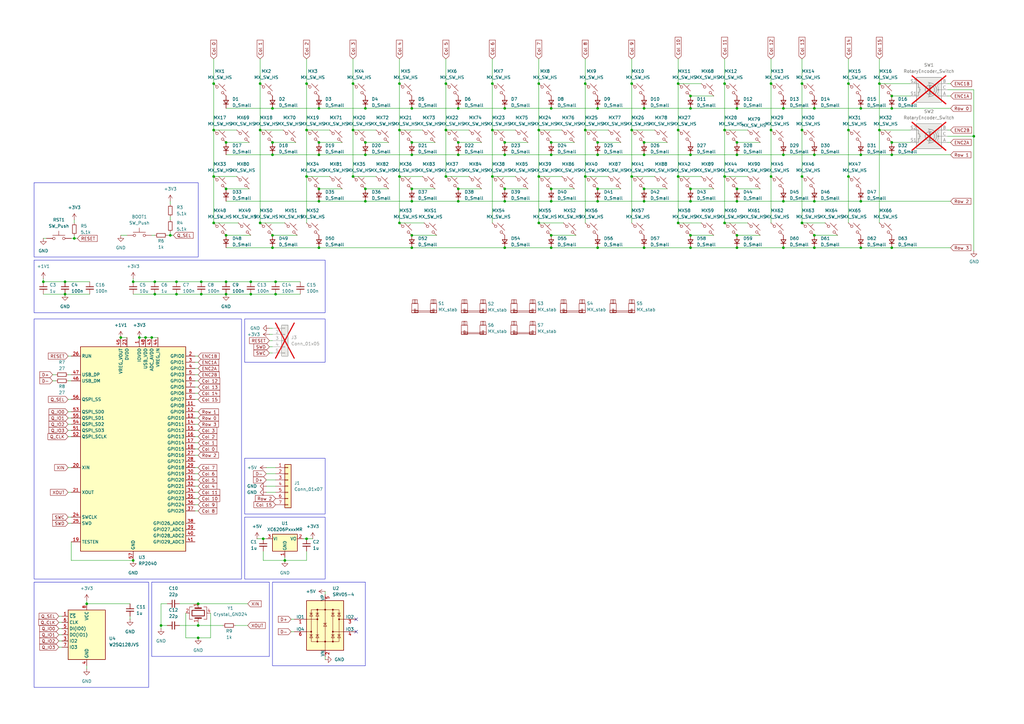
<source format=kicad_sch>
(kicad_sch (version 20231120) (generator "eeschema") (generator_version "8.0")
  (paper "A3")
  (junction (at 245.11 77.47))
  (junction (at 226.06 77.47))
  (junction (at 111.76 44.45))
  (junction (at 316.23 34.29))
  (junction (at 125.73 72.39))
  (junction (at 149.86 58.42))
  (junction (at 163.83 91.44))
  (junction (at 365.76 44.45))
  (junction (at 168.91 77.47))
  (junction (at 187.96 82.55))
  (junction (at 54.61 229.87))
  (junction (at 264.16 101.6))
  (junction (at 182.88 34.29))
  (junction (at 168.91 63.5))
  (junction (at 240.03 72.39))
  (junction (at 57.15 138.43))
  (junction (at 113.03 115.57))
  (junction (at 347.98 53.34))
  (junction (at 334.01 82.55))
  (junction (at 82.55 115.57))
  (junction (at 125.73 53.34))
  (junction (at 365.76 58.42))
  (junction (at 302.26 63.5))
  (junction (at 130.81 101.6))
  (junction (at 226.06 82.55))
  (junction (at 240.03 53.34))
  (junction (at 283.21 96.52))
  (junction (at 168.91 44.45))
  (junction (at 353.06 63.5))
  (junction (at 328.93 34.29))
  (junction (at 207.01 63.5))
  (junction (at 347.98 34.29))
  (junction (at 144.78 34.29))
  (junction (at 264.16 63.5))
  (junction (at 17.78 115.57))
  (junction (at 245.11 58.42))
  (junction (at 226.06 96.52))
  (junction (at 106.68 53.34))
  (junction (at 334.01 44.45))
  (junction (at 187.96 58.42))
  (junction (at 102.87 115.57))
  (junction (at 130.81 63.5))
  (junction (at 87.63 72.39))
  (junction (at 360.68 34.29))
  (junction (at 63.5 115.57))
  (junction (at 321.31 82.55))
  (junction (at 130.81 77.47))
  (junction (at 72.39 115.57))
  (junction (at 245.11 82.55))
  (junction (at 207.01 82.55))
  (junction (at 360.68 53.34))
  (junction (at 182.88 53.34))
  (junction (at 187.96 63.5))
  (junction (at 259.08 34.29))
  (junction (at 82.55 120.65))
  (junction (at 226.06 63.5))
  (junction (at 283.21 39.37))
  (junction (at 278.13 72.39))
  (junction (at 163.83 34.29))
  (junction (at 69.85 96.52))
  (junction (at 130.81 58.42))
  (junction (at 264.16 44.45))
  (junction (at 316.23 53.34))
  (junction (at 49.53 138.43))
  (junction (at 149.86 77.47))
  (junction (at 92.71 120.65))
  (junction (at 334.01 63.5))
  (junction (at 302.26 96.52))
  (junction (at 66.04 256.54))
  (junction (at 111.76 58.42))
  (junction (at 283.21 63.5))
  (junction (at 297.18 53.34))
  (junction (at 168.91 101.6))
  (junction (at 87.63 53.34))
  (junction (at 72.39 120.65))
  (junction (at 163.83 53.34))
  (junction (at 259.08 53.34))
  (junction (at 92.71 115.57))
  (junction (at 102.87 120.65))
  (junction (at 92.71 96.52))
  (junction (at 116.84 229.87))
  (junction (at 92.71 58.42))
  (junction (at 278.13 53.34))
  (junction (at 302.26 101.6))
  (junction (at 168.91 58.42))
  (junction (at 226.06 58.42))
  (junction (at 353.06 82.55))
  (junction (at 297.18 72.39))
  (junction (at 302.26 44.45))
  (junction (at 59.69 138.43))
  (junction (at 144.78 72.39))
  (junction (at 321.31 63.5))
  (junction (at 328.93 91.44))
  (junction (at 264.16 77.47))
  (junction (at 63.5 120.65))
  (junction (at 54.61 115.57))
  (junction (at 264.16 58.42))
  (junction (at 113.03 120.65))
  (junction (at 81.28 261.62))
  (junction (at 365.76 63.5))
  (junction (at 130.81 44.45))
  (junction (at 87.63 91.44))
  (junction (at 316.23 72.39))
  (junction (at 334.01 96.52))
  (junction (at 365.76 39.37))
  (junction (at 347.98 72.39))
  (junction (at 87.63 34.29))
  (junction (at 130.81 82.55))
  (junction (at 226.06 101.6))
  (junction (at 111.76 63.5))
  (junction (at 207.01 58.42))
  (junction (at 220.98 91.44))
  (junction (at 220.98 72.39))
  (junction (at 220.98 34.29))
  (junction (at 278.13 34.29))
  (junction (at 283.21 77.47))
  (junction (at 220.98 53.34))
  (junction (at 328.93 53.34))
  (junction (at 149.86 44.45))
  (junction (at 111.76 101.6))
  (junction (at 81.28 256.54))
  (junction (at 187.96 44.45))
  (junction (at 168.91 82.55))
  (junction (at 182.88 72.39))
  (junction (at 125.73 34.29))
  (junction (at 125.73 220.98))
  (junction (at 30.48 97.79))
  (junction (at 201.93 72.39))
  (junction (at 302.26 82.55))
  (junction (at 283.21 101.6))
  (junction (at 302.26 77.47))
  (junction (at 399.415 55.88))
  (junction (at 106.68 91.44))
  (junction (at 321.31 44.45))
  (junction (at 226.06 44.45))
  (junction (at 259.08 72.39))
  (junction (at 26.67 120.65))
  (junction (at 365.76 101.6))
  (junction (at 35.56 247.65))
  (junction (at 278.13 91.44))
  (junction (at 201.93 34.29))
  (junction (at 149.86 82.55))
  (junction (at 207.01 44.45))
  (junction (at 353.06 101.6))
  (junction (at 168.91 96.52))
  (junction (at 107.95 220.98))
  (junction (at 240.03 34.29))
  (junction (at 62.23 138.43))
  (junction (at 207.01 101.6))
  (junction (at 149.86 63.5))
  (junction (at 163.83 72.39))
  (junction (at 187.96 77.47))
  (junction (at 302.26 58.42))
  (junction (at 26.67 115.57))
  (junction (at 106.68 34.29))
  (junction (at 353.06 44.45))
  (junction (at 144.78 53.34))
  (junction (at 111.76 96.52))
  (junction (at 334.01 101.6))
  (junction (at 245.11 101.6))
  (junction (at 201.93 53.34))
  (junction (at 297.18 91.44))
  (junction (at 328.93 72.39))
  (junction (at 207.01 77.47))
  (junction (at 297.18 34.29))
  (junction (at 81.28 247.65))
  (junction (at 245.11 63.5))
  (junction (at 92.71 77.47))
  (junction (at 321.31 101.6))
  (junction (at 283.21 82.55))
  (junction (at 245.11 44.45))
  (junction (at 283.21 44.45))
  (junction (at 264.16 82.55))
  (no_connect (at 146.05 254))
  (no_connect (at 146.05 259.08))
  (wire (pts (xy 66.04 256.54) (xy 66.04 257.81)))
  (wire (pts (xy 353.06 44.45) (xy 365.76 44.45)))
  (wire (pts (xy 72.39 115.57) (xy 82.55 115.57)))
  (wire (pts (xy 92.71 96.52) (xy 102.87 96.52)))
  (wire (pts (xy 168.91 82.55) (xy 187.96 82.55)))
  (wire (pts (xy 87.63 72.39) (xy 97.155 72.39)))
  (wire (pts (xy 360.68 24.13) (xy 360.68 34.29)))
  (wire (pts (xy 182.88 53.34) (xy 182.88 72.39)))
  (wire (pts (xy 297.18 53.34) (xy 297.18 72.39)))
  (wire (pts (xy 264.16 101.6) (xy 283.21 101.6)))
  (wire (pts (xy 334.01 101.6) (xy 353.06 101.6)))
  (wire (pts (xy 328.93 24.13) (xy 328.93 34.29)))
  (wire (pts (xy 17.78 114.3) (xy 17.78 115.57)))
  (wire (pts (xy 259.08 53.34) (xy 268.605 53.34)))
  (wire (pts (xy 92.71 120.65) (xy 102.87 120.65)))
  (wire (pts (xy 302.26 96.52) (xy 311.785 96.52)))
  (wire (pts (xy 283.21 44.45) (xy 302.26 44.45)))
  (wire (pts (xy 389.89 82.55) (xy 353.06 82.55)))
  (wire (pts (xy 81.28 156.21) (xy 80.01 156.21)))
  (wire (pts (xy 92.71 82.55) (xy 130.81 82.55)))
  (wire (pts (xy 49.53 138.43) (xy 52.07 138.43)))
  (wire (pts (xy 92.71 58.42) (xy 102.235 58.42)))
  (wire (pts (xy 68.58 247.65) (xy 66.04 247.65)))
  (wire (pts (xy 63.5 115.57) (xy 72.39 115.57)))
  (wire (pts (xy 278.13 72.39) (xy 278.13 91.44)))
  (wire (pts (xy 321.31 82.55) (xy 334.01 82.55)))
  (wire (pts (xy 106.68 91.44) (xy 116.84 91.44)))
  (wire (pts (xy 26.67 120.65) (xy 36.83 120.65)))
  (wire (pts (xy 302.26 63.5) (xy 321.31 63.5)))
  (wire (pts (xy 125.73 24.13) (xy 125.73 34.29)))
  (wire (pts (xy 302.26 44.45) (xy 321.31 44.45)))
  (wire (pts (xy 107.95 220.98) (xy 109.22 220.98)))
  (wire (pts (xy 264.16 44.45) (xy 283.21 44.45)))
  (wire (pts (xy 259.08 24.13) (xy 259.08 34.29)))
  (wire (pts (xy 125.73 72.39) (xy 125.73 91.44)))
  (wire (pts (xy 328.93 34.29) (xy 328.93 53.34)))
  (wire (pts (xy 87.63 53.34) (xy 97.155 53.34)))
  (wire (pts (xy 226.06 44.45) (xy 245.11 44.45)))
  (wire (pts (xy 111.76 63.5) (xy 130.81 63.5)))
  (wire (pts (xy 328.93 72.39) (xy 328.93 91.44)))
  (wire (pts (xy 92.71 44.45) (xy 111.76 44.45)))
  (wire (pts (xy 92.71 63.5) (xy 111.76 63.5)))
  (wire (pts (xy 168.91 44.45) (xy 187.96 44.45)))
  (wire (pts (xy 111.76 58.42) (xy 121.285 58.42)))
  (wire (pts (xy 353.06 63.5) (xy 365.76 63.5)))
  (wire (pts (xy 321.31 101.6) (xy 334.01 101.6)))
  (wire (pts (xy 81.28 256.54) (xy 81.28 255.27)))
  (wire (pts (xy 240.03 53.34) (xy 240.03 72.39)))
  (wire (pts (xy 316.23 53.34) (xy 316.23 72.39)))
  (wire (pts (xy 201.93 72.39) (xy 211.455 72.39)))
  (wire (pts (xy 278.13 72.39) (xy 287.655 72.39)))
  (wire (pts (xy 81.28 196.85) (xy 80.01 196.85)))
  (wire (pts (xy 69.85 88.9) (xy 69.85 90.17)))
  (wire (pts (xy 163.83 53.34) (xy 163.83 72.39)))
  (wire (pts (xy 125.73 34.29) (xy 125.73 53.34)))
  (wire (pts (xy 53.34 254) (xy 53.34 252.73)))
  (wire (pts (xy 87.63 24.13) (xy 87.63 34.29)))
  (wire (pts (xy 24.13 260.35) (xy 25.4 260.35)))
  (wire (pts (xy 316.23 34.29) (xy 316.23 53.34)))
  (wire (pts (xy 81.28 261.62) (xy 86.36 261.62)))
  (wire (pts (xy 207.01 77.47) (xy 216.535 77.47)))
  (wire (pts (xy 226.06 58.42) (xy 235.585 58.42)))
  (wire (pts (xy 130.81 44.45) (xy 149.86 44.45)))
  (wire (pts (xy 81.28 151.13) (xy 80.01 151.13)))
  (wire (pts (xy 24.13 255.27) (xy 25.4 255.27)))
  (wire (pts (xy 113.03 115.57) (xy 123.19 115.57)))
  (wire (pts (xy 220.98 34.29) (xy 220.98 53.34)))
  (wire (pts (xy 149.86 63.5) (xy 168.91 63.5)))
  (wire (pts (xy 81.28 146.05) (xy 80.01 146.05)))
  (wire (pts (xy 163.83 91.44) (xy 173.99 91.44)))
  (wire (pts (xy 389.89 39.37) (xy 388.62 39.37)))
  (wire (pts (xy 201.93 24.13) (xy 201.93 34.29)))
  (wire (pts (xy 73.66 256.54) (xy 81.28 256.54)))
  (wire (pts (xy 24.13 265.43) (xy 25.4 265.43)))
  (wire (pts (xy 245.11 58.42) (xy 254.635 58.42)))
  (wire (pts (xy 187.96 82.55) (xy 207.01 82.55)))
  (wire (pts (xy 27.94 179.07) (xy 29.21 179.07)))
  (wire (pts (xy 81.28 163.83) (xy 80.01 163.83)))
  (wire (pts (xy 21.59 156.21) (xy 22.86 156.21)))
  (wire (pts (xy 91.44 256.54) (xy 81.28 256.54)))
  (wire (pts (xy 81.28 186.69) (xy 80.01 186.69)))
  (wire (pts (xy 110.49 144.78) (xy 111.76 144.78)))
  (wire (pts (xy 278.13 91.44) (xy 287.655 91.44)))
  (wire (pts (xy 302.26 77.47) (xy 311.785 77.47)))
  (wire (pts (xy 149.86 77.47) (xy 159.385 77.47)))
  (wire (pts (xy 187.96 63.5) (xy 207.01 63.5)))
  (wire (pts (xy 226.06 77.47) (xy 235.585 77.47)))
  (wire (pts (xy 27.94 191.77) (xy 29.21 191.77)))
  (wire (pts (xy 35.56 247.65) (xy 53.34 247.65)))
  (wire (pts (xy 334.01 96.52) (xy 343.535 96.52)))
  (wire (pts (xy 144.78 34.29) (xy 144.78 53.34)))
  (wire (pts (xy 111.76 96.52) (xy 121.92 96.52)))
  (wire (pts (xy 81.28 153.67) (xy 80.01 153.67)))
  (wire (pts (xy 187.96 44.45) (xy 207.01 44.45)))
  (wire (pts (xy 130.81 63.5) (xy 149.86 63.5)))
  (wire (pts (xy 182.88 72.39) (xy 192.405 72.39)))
  (wire (pts (xy 27.94 214.63) (xy 29.21 214.63)))
  (wire (pts (xy 297.18 72.39) (xy 297.18 91.44)))
  (wire (pts (xy 278.13 34.29) (xy 287.655 34.29)))
  (wire (pts (xy 226.06 63.5) (xy 245.11 63.5)))
  (wire (pts (xy 297.18 53.34) (xy 306.705 53.34)))
  (wire (pts (xy 29.21 229.87) (xy 54.61 229.87)))
  (wire (pts (xy 27.94 146.05) (xy 29.21 146.05)))
  (wire (pts (xy 24.13 262.89) (xy 25.4 262.89)))
  (wire (pts (xy 119.38 259.08) (xy 120.65 259.08)))
  (wire (pts (xy 283.21 77.47) (xy 292.735 77.47)))
  (wire (pts (xy 283.21 82.55) (xy 302.26 82.55)))
  (wire (pts (xy 365.76 101.6) (xy 389.89 101.6)))
  (wire (pts (xy 130.81 77.47) (xy 140.335 77.47)))
  (wire (pts (xy 71.12 96.52) (xy 69.85 96.52)))
  (wire (pts (xy 334.01 82.55) (xy 353.06 82.55)))
  (wire (pts (xy 17.78 97.79) (xy 19.05 97.79)))
  (wire (pts (xy 133.35 242.57) (xy 133.35 243.84)))
  (wire (pts (xy 201.93 72.39) (xy 201.93 91.44)))
  (wire (pts (xy 297.18 34.29) (xy 297.18 53.34)))
  (wire (pts (xy 321.31 44.45) (xy 334.01 44.45)))
  (wire (pts (xy 207.01 101.6) (xy 226.06 101.6)))
  (wire (pts (xy 130.81 101.6) (xy 168.91 101.6)))
  (wire (pts (xy 220.98 91.44) (xy 231.14 91.44)))
  (wire (pts (xy 125.73 226.06) (xy 125.73 229.87)))
  (wire (pts (xy 389.89 34.29) (xy 388.62 34.29)))
  (wire (pts (xy 54.61 120.65) (xy 63.5 120.65)))
  (wire (pts (xy 81.28 176.53) (xy 80.01 176.53)))
  (wire (pts (xy 102.87 120.65) (xy 113.03 120.65)))
  (wire (pts (xy 92.71 115.57) (xy 102.87 115.57)))
  (wire (pts (xy 297.18 24.13) (xy 297.18 34.29)))
  (wire (pts (xy 81.28 209.55) (xy 80.01 209.55)))
  (wire (pts (xy 125.73 53.34) (xy 125.73 72.39)))
  (wire (pts (xy 207.01 63.5) (xy 226.06 63.5)))
  (wire (pts (xy 278.13 53.34) (xy 278.13 72.39)))
  (wire (pts (xy 54.61 115.57) (xy 63.5 115.57)))
  (wire (pts (xy 110.49 134.62) (xy 111.76 134.62)))
  (wire (pts (xy 328.93 53.34) (xy 328.93 72.39)))
  (wire (pts (xy 81.28 207.01) (xy 80.01 207.01)))
  (wire (pts (xy 125.73 53.34) (xy 135.255 53.34)))
  (wire (pts (xy 113.03 120.65) (xy 123.19 120.65)))
  (wire (pts (xy 259.08 72.39) (xy 259.08 91.44)))
  (wire (pts (xy 59.69 138.43) (xy 62.23 138.43)))
  (wire (pts (xy 264.16 77.47) (xy 273.685 77.47)))
  (wire (pts (xy 334.01 44.45) (xy 353.06 44.45)))
  (wire (pts (xy 87.63 53.34) (xy 87.63 72.39)))
  (wire (pts (xy 27.94 173.99) (xy 29.21 173.99)))
  (wire (pts (xy 27.94 201.93) (xy 29.21 201.93)))
  (wire (pts (xy 347.98 24.13) (xy 347.98 34.29)))
  (wire (pts (xy 105.41 220.98) (xy 107.95 220.98)))
  (wire (pts (xy 30.48 90.17) (xy 30.48 91.44)))
  (wire (pts (xy 87.63 34.29) (xy 87.63 53.34)))
  (wire (pts (xy 365.76 58.42) (xy 373.38 58.42)))
  (wire (pts (xy 133.35 270.51) (xy 133.35 269.24)))
  (wire (pts (xy 110.49 139.7) (xy 111.76 139.7)))
  (wire (pts (xy 63.5 120.65) (xy 72.39 120.65)))
  (wire (pts (xy 163.83 53.34) (xy 173.355 53.34)))
  (wire (pts (xy 207.01 82.55) (xy 226.06 82.55)))
  (wire (pts (xy 82.55 120.65) (xy 92.71 120.65)))
  (wire (pts (xy 264.16 58.42) (xy 273.685 58.42)))
  (wire (pts (xy 245.11 63.5) (xy 264.16 63.5)))
  (wire (pts (xy 220.98 53.34) (xy 220.98 72.39)))
  (wire (pts (xy 81.28 191.77) (xy 80.01 191.77)))
  (wire (pts (xy 245.11 77.47) (xy 254.635 77.47)))
  (wire (pts (xy 144.78 72.39) (xy 154.305 72.39)))
  (wire (pts (xy 72.39 120.65) (xy 82.55 120.65)))
  (wire (pts (xy 106.68 53.34) (xy 106.68 91.44)))
  (wire (pts (xy 201.93 53.34) (xy 211.455 53.34)))
  (wire (pts (xy 149.86 82.55) (xy 168.91 82.55)))
  (wire (pts (xy 163.83 24.13) (xy 163.83 34.29)))
  (wire (pts (xy 87.63 72.39) (xy 87.63 91.44)))
  (wire (pts (xy 226.06 101.6) (xy 245.11 101.6)))
  (wire (pts (xy 259.08 34.29) (xy 259.08 53.34)))
  (wire (pts (xy 82.55 115.57) (xy 92.71 115.57)))
  (wire (pts (xy 163.83 34.29) (xy 163.83 53.34)))
  (wire (pts (xy 110.49 137.16) (xy 111.76 137.16)))
  (wire (pts (xy 220.98 72.39) (xy 230.505 72.39)))
  (wire (pts (xy 278.13 34.29) (xy 278.13 53.34)))
  (wire (pts (xy 81.28 181.61) (xy 80.01 181.61)))
  (wire (pts (xy 240.03 34.29) (xy 240.03 53.34)))
  (wire (pts (xy 321.31 63.5) (xy 334.01 63.5)))
  (wire (pts (xy 278.13 24.13) (xy 278.13 34.29)))
  (wire (pts (xy 353.06 101.6) (xy 365.76 101.6)))
  (wire (pts (xy 373.38 39.37) (xy 365.76 39.37)))
  (wire (pts (xy 106.68 24.13) (xy 106.68 34.29)))
  (wire (pts (xy 220.98 53.34) (xy 230.505 53.34)))
  (wire (pts (xy 182.88 24.13) (xy 182.88 34.29)))
  (wire (pts (xy 389.89 53.34) (xy 388.62 53.34)))
  (wire (pts (xy 81.28 158.75) (xy 80.01 158.75)))
  (wire (pts (xy 109.22 199.39) (xy 113.03 199.39)))
  (wire (pts (xy 347.98 72.39) (xy 347.98 91.44)))
  (wire (pts (xy 81.28 204.47) (xy 80.01 204.47)))
  (wire (pts (xy 168.91 96.52) (xy 179.07 96.52)))
  (wire (pts (xy 107.95 229.87) (xy 116.84 229.87)))
  (wire (pts (xy 389.89 58.42) (xy 388.62 58.42)))
  (wire (pts (xy 399.415 36.83) (xy 388.62 36.83)))
  (wire (pts (xy 283.21 101.6) (xy 302.26 101.6)))
  (wire (pts (xy 81.28 199.39) (xy 80.01 199.39)))
  (wire (pts (xy 264.16 63.5) (xy 283.21 63.5)))
  (wire (pts (xy 360.68 34.29) (xy 360.68 53.34)))
  (wire (pts (xy 245.11 44.45) (xy 264.16 44.45)))
  (wire (pts (xy 30.48 96.52) (xy 30.48 97.79)))
  (wire (pts (xy 81.28 161.29) (xy 80.01 161.29)))
  (wire (pts (xy 27.94 171.45) (xy 29.21 171.45)))
  (wire (pts (xy 57.15 138.43) (xy 59.69 138.43)))
  (wire (pts (xy 264.16 82.55) (xy 283.21 82.55)))
  (wire (pts (xy 81.28 173.99) (xy 80.01 173.99)))
  (wire (pts (xy 328.93 91.44) (xy 338.455 91.44)))
  (wire (pts (xy 347.98 34.29) (xy 347.98 53.34)))
  (wire (pts (xy 111.76 44.45) (xy 130.81 44.45)))
  (wire (pts (xy 240.03 24.13) (xy 240.03 34.29)))
  (wire (pts (xy 27.94 212.09) (xy 29.21 212.09)))
  (wire (pts (xy 76.2 251.46) (xy 76.2 261.62)))
  (wire (pts (xy 66.04 247.65) (xy 66.04 256.54)))
  (wire (pts (xy 81.28 201.93) (xy 80.01 201.93)))
  (wire (pts (xy 187.96 58.42) (xy 197.485 58.42)))
  (wire (pts (xy 297.18 91.44) (xy 306.705 91.44)))
  (wire (pts (xy 109.22 196.85) (xy 113.03 196.85)))
  (wire (pts (xy 125.73 229.87) (xy 116.84 229.87)))
  (wire (pts (xy 81.28 168.91) (xy 80.01 168.91)))
  (wire (pts (xy 334.01 63.5) (xy 353.06 63.5)))
  (wire (pts (xy 399.415 55.88) (xy 388.62 55.88)))
  (wire (pts (xy 399.415 102.87) (xy 399.415 55.88)))
  (wire (pts (xy 27.94 168.91) (xy 29.21 168.91)))
  (wire (pts (xy 302.26 58.42) (xy 311.785 58.42)))
  (wire (pts (xy 17.78 120.65) (xy 26.67 120.65)))
  (wire (pts (xy 144.78 53.34) (xy 154.305 53.34)))
  (wire (pts (xy 149.86 58.42) (xy 159.385 58.42)))
  (wire (pts (xy 69.85 82.55) (xy 69.85 83.82)))
  (wire (pts (xy 31.75 97.79) (xy 30.48 97.79)))
  (wire (pts (xy 109.22 191.77) (xy 113.03 191.77)))
  (wire (pts (xy 168.91 101.6) (xy 207.01 101.6)))
  (wire (pts (xy 106.68 34.29) (xy 106.68 53.34)))
  (wire (pts (xy 163.83 72.39) (xy 163.83 91.44)))
  (wire (pts (xy 220.98 24.13) (xy 220.98 34.29)))
  (wire (pts (xy 245.11 101.6) (xy 264.16 101.6)))
  (wire (pts (xy 316.23 72.39) (xy 316.23 91.44)))
  (wire (pts (xy 81.28 148.59) (xy 80.01 148.59)))
  (wire (pts (xy 81.28 179.07) (xy 80.01 179.07)))
  (wire (pts (xy 226.06 82.55) (xy 245.11 82.55)))
  (wire (pts (xy 27.94 153.67) (xy 29.21 153.67)))
  (wire (pts (xy 35.56 274.32) (xy 35.56 273.05)))
  (wire (pts (xy 144.78 24.13) (xy 144.78 34.29)))
  (wire (pts (xy 92.71 101.6) (xy 111.76 101.6)))
  (wire (pts (xy 86.36 251.46) (xy 86.36 261.62)))
  (wire (pts (xy 144.78 53.34) (xy 144.78 72.39)))
  (wire (pts (xy 149.86 44.45) (xy 168.91 44.45)))
  (wire (pts (xy 128.27 220.98) (xy 125.73 220.98)))
  (wire (pts (xy 182.88 53.34) (xy 192.405 53.34)))
  (wire (pts (xy 17.78 115.57) (xy 26.67 115.57)))
  (wire (pts (xy 168.91 77.47) (xy 178.435 77.47)))
  (wire (pts (xy 21.59 153.67) (xy 22.86 153.67)))
  (wire (pts (xy 81.28 184.15) (xy 80.01 184.15)))
  (wire (pts (xy 106.68 53.34) (xy 116.205 53.34)))
  (wire (pts (xy 347.98 53.34) (xy 347.98 72.39)))
  (wire (pts (xy 207.01 44.45) (xy 226.06 44.45)))
  (wire (pts (xy 130.81 58.42) (xy 140.335 58.42)))
  (wire (pts (xy 125.73 72.39) (xy 135.255 72.39)))
  (wire (pts (xy 111.76 101.6) (xy 130.81 101.6)))
  (wire (pts (xy 54.61 114.3) (xy 54.61 115.57)))
  (wire (pts (xy 130.81 82.55) (xy 149.86 82.55)))
  (wire (pts (xy 69.85 95.25) (xy 69.85 96.52)))
  (wire (pts (xy 187.96 77.47) (xy 197.485 77.47)))
  (wire (pts (xy 201.93 53.34) (xy 201.93 72.39)))
  (wire (pts (xy 168.91 58.42) (xy 178.435 58.42)))
  (wire (pts (xy 81.28 194.31) (xy 80.01 194.31)))
  (wire (pts (xy 207.01 58.42) (xy 216.535 58.42)))
  (wire (pts (xy 81.28 247.65) (xy 101.6 247.65)))
  (wire (pts (xy 109.22 201.93) (xy 113.03 201.93)))
  (wire (pts (xy 81.28 171.45) (xy 80.01 171.45)))
  (wire (pts (xy 259.08 53.34) (xy 259.08 72.39)))
  (wire (pts (xy 283.21 39.37) (xy 292.735 39.37)))
  (wire (pts (xy 76.2 261.62) (xy 81.28 261.62)))
  (wire (pts (xy 283.21 96.52) (xy 292.735 96.52)))
  (wire (pts (xy 27.94 176.53) (xy 29.21 176.53)))
  (wire (pts (xy 30.48 97.79) (xy 29.21 97.79)))
  (wire (pts (xy 24.13 257.81) (xy 25.4 257.81)))
  (wire (pts (xy 316.23 24.13) (xy 316.23 34.29)))
  (wire (pts (xy 125.73 220.98) (xy 124.46 220.98)))
  (wire (pts (xy 302.26 82.55) (xy 321.31 82.55)))
  (wire (pts (xy 24.13 252.73) (xy 25.4 252.73)))
  (wire (pts (xy 107.95 226.06) (xy 107.95 229.87)))
  (wire (pts (xy 297.18 72.39) (xy 306.705 72.39)))
  (wire (pts (xy 92.71 77.47) (xy 102.235 77.47)))
  (wire (pts (xy 102.87 115.57) (xy 113.03 115.57)))
  (wire (pts (xy 182.88 34.29) (xy 182.88 53.34)))
  (wire (pts (xy 240.03 72.39) (xy 249.555 72.39)))
  (wire (pts (xy 35.56 246.38) (xy 35.56 247.65)))
  (wire (pts (xy 69.85 96.52) (xy 68.58 96.52)))
  (wire (pts (xy 365.76 44.45) (xy 389.89 44.45)))
  (wire (pts (xy 168.91 63.5) (xy 187.96 63.5)))
  (wire (pts (xy 240.03 53.34) (xy 249.555 53.34)))
  (wire (pts (xy 49.53 96.52) (xy 52.07 96.52)))
  (wire (pts (xy 360.68 53.34) (xy 373.38 53.34)))
  (wire (pts (xy 73.66 247.65) (xy 81.28 247.65)))
  (wire (pts (xy 302.26 101.6) (xy 321.31 101.6)))
  (wire (pts (xy 109.22 194.31) (xy 113.03 194.31)))
  (wire (pts (xy 226.06 96.52) (xy 236.22 96.52)))
  (wire (pts (xy 63.5 96.52) (xy 62.23 96.52)))
  (wire (pts (xy 119.38 254) (xy 120.65 254)))
  (wire (pts (xy 27.94 163.83) (xy 29.21 163.83)))
  (wire (pts (xy 96.52 256.54) (xy 101.6 256.54)))
  (wire (pts (xy 163.83 72.39) (xy 173.355 72.39)))
  (wire (pts (xy 27.94 156.21) (xy 29.21 156.21)))
  (wire (pts (xy 62.23 138.43) (xy 64.77 138.43)))
  (wire (pts (xy 245.11 82.55) (xy 264.16 82.55)))
  (wire (pts (xy 87.63 91.44) (xy 97.79 91.44)))
  (wire (pts (xy 283.21 63.5) (xy 302.26 63.5)))
  (wire (pts (xy 29.21 222.25) (xy 29.21 229.87)))
  (wire (pts (xy 116.84 229.87) (xy 116.84 228.6)))
  (wire (pts (xy 259.08 72.39) (xy 268.605 72.39)))
  (wire (pts (xy 240.03 72.39) (xy 240.03 91.44)))
  (wire (pts (xy 360.68 34.29) (xy 373.38 34.29)))
  (wire (pts (xy 201.93 34.29) (xy 201.93 53.34)))
  (wire (pts (xy 26.67 115.57) (xy 36.83 115.57)))
  (wire (pts (xy 360.68 53.34) (xy 360.68 91.44)))
  (wire (pts (xy 399.415 36.83) (xy 399.415 55.88)))
  (wire (pts (xy 66.04 256.54) (xy 68.58 256.54)))
  (wire (pts (xy 110.49 142.24) (xy 111.76 142.24)))
  (wire (pts (xy 365.76 63.5) (xy 389.89 63.5)))
  (wire (pts (xy 220.98 72.39) (xy 220.98 91.44)))
  (rectangle (start 13.97 106.68) (end 133.35 128.27))
  (rectangle (start 100.33 187.96) (end 133.35 210.82))
  (rectangle (start 100.33 212.09) (end 133.35 237.49))
  (rectangle (start 111.76 238.76) (end 149.86 273.05))
  (rectangle (start 62.23 238.76) (end 110.49 269.24))
  (rectangle (start 13.97 130.81) (end 99.06 237.49))
  (rectangle (start 100.33 130.81) (end 133.35 148.59))
  (rectangle (start 13.97 238.76) (end 60.96 281.94))
  (rectangle (start 13.97 74.93) (end 81.28 105.41))
  (global_label "Col 7" (shape input) (at 81.28 191.77 0) (property "Intersheetrefs" "${INTERSHEET_REFS}" (effects (hide yes))))
  (global_label "ENC2A" (shape input) (at 81.28 151.13 0) (property "Intersheetrefs" "${INTERSHEET_REFS}" (effects (hide yes))))
  (global_label "Q_IO2" (shape input) (at 27.94 173.99 180) (property "Intersheetrefs" "${INTERSHEET_REFS}" (effects (hide yes))))
  (global_label "ENC1B" (shape input) (at 389.89 34.29 0) (property "Intersheetrefs" "${INTERSHEET_REFS}" (effects (hide yes))))
  (global_label "Col 11" (shape input) (at 297.18 24.13 90) (property "Intersheetrefs" "${INTERSHEET_REFS}" (effects (hide yes))))
  (global_label "D-" (shape input) (at 109.22 194.31 180) (property "Intersheetrefs" "${INTERSHEET_REFS}" (effects (hide yes))))
  (global_label "XIN" (shape input) (at 101.6 247.65 0) (property "Intersheetrefs" "${INTERSHEET_REFS}" (effects (hide yes))))
  (global_label "D+" (shape input) (at 109.22 196.85 180) (property "Intersheetrefs" "${INTERSHEET_REFS}" (effects (hide yes))))
  (global_label "ENC2A" (shape input) (at 389.89 58.42 0) (property "Intersheetrefs" "${INTERSHEET_REFS}" (effects (hide yes))))
  (global_label "XIN" (shape input) (at 27.94 191.77 180) (property "Intersheetrefs" "${INTERSHEET_REFS}" (effects (hide yes))))
  (global_label "Col 15" (shape input) (at 360.68 24.13 90) (property "Intersheetrefs" "${INTERSHEET_REFS}" (effects (hide yes))))
  (global_label "Col 8" (shape input) (at 240.03 24.13 90) (property "Intersheetrefs" "${INTERSHEET_REFS}" (effects (hide yes))))
  (global_label "Col 2" (shape input) (at 125.73 24.13 90) (property "Intersheetrefs" "${INTERSHEET_REFS}" (effects (hide yes))))
  (global_label "Q_IO1" (shape input) (at 24.13 260.35 180) (property "Intersheetrefs" "${INTERSHEET_REFS}" (effects (hide yes))))
  (global_label "Col 11" (shape input) (at 81.28 201.93 0) (property "Intersheetrefs" "${INTERSHEET_REFS}" (effects (hide yes))))
  (global_label "Col 9" (shape input) (at 259.08 24.13 90) (property "Intersheetrefs" "${INTERSHEET_REFS}" (effects (hide yes))))
  (global_label "Q_SEL" (shape input) (at 24.13 252.73 180) (property "Intersheetrefs" "${INTERSHEET_REFS}" (effects (hide yes))))
  (global_label "Col 1" (shape input) (at 106.68 24.13 90) (property "Intersheetrefs" "${INTERSHEET_REFS}" (effects (hide yes))))
  (global_label "Q_IO1" (shape input) (at 27.94 171.45 180) (property "Intersheetrefs" "${INTERSHEET_REFS}" (effects (hide yes))))
  (global_label "Q_IO0" (shape input) (at 24.13 257.81 180) (property "Intersheetrefs" "${INTERSHEET_REFS}" (effects (hide yes))))
  (global_label "Q_IO3" (shape input) (at 27.94 176.53 180) (property "Intersheetrefs" "${INTERSHEET_REFS}" (effects (hide yes))))
  (global_label "Col 4" (shape input) (at 81.28 199.39 0) (property "Intersheetrefs" "${INTERSHEET_REFS}" (effects (hide yes))))
  (global_label "ENC2B" (shape input) (at 81.28 153.67 0) (property "Intersheetrefs" "${INTERSHEET_REFS}" (effects (hide yes))))
  (global_label "Col 5" (shape input) (at 182.88 24.13 90) (property "Intersheetrefs" "${INTERSHEET_REFS}" (effects (hide yes))))
  (global_label "Row 3" (shape input) (at 81.28 173.99 0) (property "Intersheetrefs" "${INTERSHEET_REFS}" (effects (hide yes))))
  (global_label "SWD" (shape input) (at 27.94 214.63 180) (property "Intersheetrefs" "${INTERSHEET_REFS}" (effects (hide yes))))
  (global_label "Col 12" (shape input) (at 81.28 156.21 0) (property "Intersheetrefs" "${INTERSHEET_REFS}" (effects (hide yes))))
  (global_label "Col 12" (shape input) (at 316.23 24.13 90) (property "Intersheetrefs" "${INTERSHEET_REFS}" (effects (hide yes))))
  (global_label "RESET" (shape input) (at 110.49 139.7 180) (property "Intersheetrefs" "${INTERSHEET_REFS}" (effects (hide yes))))
  (global_label "Col 3" (shape input) (at 144.78 24.13 90) (property "Intersheetrefs" "${INTERSHEET_REFS}" (effects (hide yes))))
  (global_label "Col 6" (shape input) (at 201.93 24.13 90) (property "Intersheetrefs" "${INTERSHEET_REFS}" (effects (hide yes))))
  (global_label "RESET" (shape input) (at 27.94 146.05 180) (property "Intersheetrefs" "${INTERSHEET_REFS}" (effects (hide yes))))
  (global_label "Q_IO3" (shape input) (at 24.13 265.43 180) (property "Intersheetrefs" "${INTERSHEET_REFS}" (effects (hide yes))))
  (global_label "Col 1" (shape input) (at 81.28 181.61 0) (property "Intersheetrefs" "${INTERSHEET_REFS}" (effects (hide yes))))
  (global_label "Q_SEL" (shape input) (at 71.12 96.52 0) (property "Intersheetrefs" "${INTERSHEET_REFS}" (effects (hide yes))))
  (global_label "SWC" (shape input) (at 27.94 212.09 180) (property "Intersheetrefs" "${INTERSHEET_REFS}" (effects (hide yes))))
  (global_label "Q_CLK" (shape input) (at 27.94 179.07 180) (property "Intersheetrefs" "${INTERSHEET_REFS}" (effects (hide yes))))
  (global_label "Col 0" (shape input) (at 87.63 24.13 90) (property "Intersheetrefs" "${INTERSHEET_REFS}" (effects (hide yes))))
  (global_label "ENC2B" (shape input) (at 389.89 53.34 0) (property "Intersheetrefs" "${INTERSHEET_REFS}" (effects (hide yes))))
  (global_label "Col 13" (shape input) (at 328.93 24.13 90) (property "Intersheetrefs" "${INTERSHEET_REFS}" (effects (hide yes))))
  (global_label "RESET" (shape input) (at 31.75 97.79 0) (property "Intersheetrefs" "${INTERSHEET_REFS}" (effects (hide yes))))
  (global_label "ENC1B" (shape input) (at 81.28 146.05 0) (property "Intersheetrefs" "${INTERSHEET_REFS}" (effects (hide yes))))
  (global_label "Col 9" (shape input) (at 81.28 207.01 0) (property "Intersheetrefs" "${INTERSHEET_REFS}" (effects (hide yes))))
  (global_label "D+" (shape input) (at 119.38 254 180) (property "Intersheetrefs" "${INTERSHEET_REFS}" (effects (hide yes))))
  (global_label "ENC1A" (shape input) (at 389.89 39.37 0) (property "Intersheetrefs" "${INTERSHEET_REFS}" (effects (hide yes))))
  (global_label "Q_SEL" (shape input) (at 27.94 163.83 180) (property "Intersheetrefs" "${INTERSHEET_REFS}" (effects (hide yes))))
  (global_label "Row 1" (shape input) (at 389.89 63.5 0) (property "Intersheetrefs" "${INTERSHEET_REFS}" (effects (hide yes))))
  (global_label "Col 14" (shape input) (at 81.28 161.29 0) (property "Intersheetrefs" "${INTERSHEET_REFS}" (effects (hide yes))))
  (global_label "Row 0" (shape input) (at 81.28 171.45 0) (property "Intersheetrefs" "${INTERSHEET_REFS}" (effects (hide yes))))
  (global_label "Col 10" (shape input) (at 278.13 24.13 90) (property "Intersheetrefs" "${INTERSHEET_REFS}" (effects (hide yes))))
  (global_label "Col 10" (shape input) (at 81.28 204.47 0) (property "Intersheetrefs" "${INTERSHEET_REFS}" (effects (hide yes))))
  (global_label "Col 14" (shape input) (at 347.98 24.13 90) (property "Intersheetrefs" "${INTERSHEET_REFS}" (effects (hide yes))))
  (global_label "XOUT" (shape input) (at 27.94 201.93 180) (property "Intersheetrefs" "${INTERSHEET_REFS}" (effects (hide yes))))
  (global_label "Row 2" (shape input) (at 113.03 204.47 180) (property "Intersheetrefs" "${INTERSHEET_REFS}" (effects (hide yes))))
  (global_label "Col 15" (shape input) (at 81.28 163.83 0) (property "Intersheetrefs" "${INTERSHEET_REFS}" (effects (hide yes))))
  (global_label "Row 0" (shape input) (at 389.89 44.45 0) (property "Intersheetrefs" "${INTERSHEET_REFS}" (effects (hide yes))))
  (global_label "Row 2" (shape input) (at 389.89 82.55 0) (property "Intersheetrefs" "${INTERSHEET_REFS}" (effects (hide yes))))
  (global_label "D-" (shape input) (at 119.38 259.08 180) (property "Intersheetrefs" "${INTERSHEET_REFS}" (effects (hide yes))))
  (global_label "Row 2" (shape input) (at 81.28 186.69 0) (property "Intersheetrefs" "${INTERSHEET_REFS}" (effects (hide yes))))
  (global_label "Col 3" (shape input) (at 81.28 176.53 0) (property "Intersheetrefs" "${INTERSHEET_REFS}" (effects (hide yes))))
  (global_label "Col 8" (shape input) (at 81.28 209.55 0) (property "Intersheetrefs" "${INTERSHEET_REFS}" (effects (hide yes))))
  (global_label "Col 6" (shape input) (at 81.28 194.31 0) (property "Intersheetrefs" "${INTERSHEET_REFS}" (effects (hide yes))))
  (global_label "Q_CLK" (shape input) (at 24.13 255.27 180) (property "Intersheetrefs" "${INTERSHEET_REFS}" (effects (hide yes))))
  (global_label "Col 0" (shape input) (at 81.28 184.15 0) (property "Intersheetrefs" "${INTERSHEET_REFS}" (effects (hide yes))))
  (global_label "ENC1A" (shape input) (at 81.28 148.59 0) (property "Intersheetrefs" "${INTERSHEET_REFS}" (effects (hide yes))))
  (global_label "XOUT" (shape input) (at 101.6 256.54 0) (property "Intersheetrefs" "${INTERSHEET_REFS}" (effects (hide yes))))
  (global_label "SWD" (shape input) (at 110.49 142.24 180) (property "Intersheetrefs" "${INTERSHEET_REFS}" (effects (hide yes))))
  (global_label "SWC" (shape input) (at 110.49 144.78 180) (property "Intersheetrefs" "${INTERSHEET_REFS}" (effects (hide yes))))
  (global_label "Row 3" (shape input) (at 389.89 101.6 0) (property "Intersheetrefs" "${INTERSHEET_REFS}" (effects (hide yes))))
  (global_label "D+" (shape input) (at 21.59 153.67 180) (property "Intersheetrefs" "${INTERSHEET_REFS}" (effects (hide yes))))
  (global_label "Col 4" (shape input) (at 163.83 24.13 90) (property "Intersheetrefs" "${INTERSHEET_REFS}" (effects (hide yes))))
  (global_label "Col 13" (shape input) (at 81.28 158.75 0) (property "Intersheetrefs" "${INTERSHEET_REFS}" (effects (hide yes))))
  (global_label "Q_IO2" (shape input) (at 24.13 262.89 180) (property "Intersheetrefs" "${INTERSHEET_REFS}" (effects (hide yes))))
  (global_label "Col 15" (shape input) (at 113.03 207.01 180) (property "Intersheetrefs" "${INTERSHEET_REFS}" (effects (hide yes))))
  (global_label "Col 2" (shape input) (at 81.28 179.07 0) (property "Intersheetrefs" "${INTERSHEET_REFS}" (effects (hide yes))))
  (global_label "Q_IO0" (shape input) (at 27.94 168.91 180) (property "Intersheetrefs" "${INTERSHEET_REFS}" (effects (hide yes))))
  (global_label "D-" (shape input) (at 21.59 156.21 180) (property "Intersheetrefs" "${INTERSHEET_REFS}" (effects (hide yes))))
  (global_label "Row 1" (shape input) (at 81.28 168.91 0) (property "Intersheetrefs" "${INTERSHEET_REFS}" (effects (hide yes))))
  (global_label "Col 5" (shape input) (at 81.28 196.85 0) (property "Intersheetrefs" "${INTERSHEET_REFS}" (effects (hide yes))))
  (global_label "Col 7" (shape input) (at 220.98 24.13 90) (property "Intersheetrefs" "${INTERSHEET_REFS}" (effects (hide yes))))
  (symbol (lib_id "PCM_marbastlib-mx:MX_SW_HS_CPG151101S11") (at 213.995 74.93 0) (unit 1)
    (property "Reference" "MX85" (at 213.995 67.31 0))
    (property "Value" "MX_SW_HS" (at 213.995 69.85 0))
    (property "Footprint" "PCM_marbastlib-mx:SW_MX_HS_CPG151101S11_1u" (effects (hide yes)))
    (property "Description" "Push button switch, normally open, two pins, 45° tilted, Kailh CPG151101S11 for Cherry MX style switches" (effects (hide yes)))
  )
  (symbol (lib_id "PCM_marbastlib-mx:MX_SW_HS_CPG151101S11") (at 233.045 55.88 0) (unit 1)
    (property "Reference" "MX76" (at 233.045 48.26 0))
    (property "Value" "MX_SW_HS" (at 233.045 50.8 0))
    (property "Footprint" "PCM_marbastlib-mx:SW_MX_HS_CPG151101S11_1u" (effects (hide yes)))
    (property "Description" "Push button switch, normally open, two pins, 45° tilted, Kailh CPG151101S11 for Cherry MX style switches" (effects (hide yes)))
  )
  (symbol (lib_id "PCM_marbastlib-mx:MX_SW_HS_CPG151101S11") (at 175.895 55.88 0) (unit 1)
    (property "Reference" "MX73" (at 175.895 48.26 0))
    (property "Value" "MX_SW_HS" (at 175.895 50.8 0))
    (property "Footprint" "PCM_marbastlib-mx:SW_MX_HS_CPG151101S11_1u" (effects (hide yes)))
    (property "Description" "Push button switch, normally open, two pins, 45° tilted, Kailh CPG151101S11 for Cherry MX style switches" (effects (hide yes)))
  )
  (symbol (lib_id "Device:D_Small") (at 321.31 41.91 90) (unit 1)
    (property "Reference" "D13" (at 323.85 40.6399 90) (effects (justify right)))
    (property "Value" "D_Small" (at 323.85 43.1799 90) (effects (justify right)))
    (property "Footprint" "xomm:D_SOD-123_xomm" (effects (hide yes)))
    (property "Description" "Diode, small symbol" (effects (hide yes)))
    (property "Sim.Device" "D" (effects (hide yes)))
    (property "Sim.Pins" "1=K 2=A" (effects (hide yes)))
  )
  (symbol (lib_id "power:+3V3") (at 110.49 137.16 90) (unit 1)
    (property "Reference" "#PWR017" (effects (hide yes)))
    (property "Value" "+3V3" (at 106.68 137.1599 90) (effects (justify left)))
    (property "Description" "Power symbol creates a global label with name \"+3V3\"" (effects (hide yes)))
  )
  (symbol (lib_id "Device:C_Small") (at 53.34 250.19 0) (unit 1)
    (property "Reference" "C11" (at 55.88 248.9262 0) (effects (justify left)))
    (property "Value" "1u" (at 55.88 251.4662 0) (effects (justify left)))
    (property "Footprint" "Capacitor_SMD:C_0402_1005Metric" (effects (hide yes)))
    (property "Description" "Unpolarized capacitor, small symbol" (effects (hide yes)))
  )
  (symbol (lib_id "PCM_marbastlib-mx:MX_SW_HS_CPG151101S11") (at 242.57 74.93 0) (unit 1)
    (property "Reference" "MX40" (at 242.57 67.31 0))
    (property "Value" "MX_SW_HS" (at 242.57 69.85 0))
    (property "Footprint" "PCM_marbastlib-mx:SW_MX_HS_CPG151101S11_1u" (effects (hide yes)))
    (property "Description" "Push button switch, normally open, two pins, 45° tilted, Kailh CPG151101S11 for Cherry MX style switches" (effects (hide yes)))
  )
  (symbol (lib_id "power:GND") (at 49.53 96.52 0) (unit 1)
    (property "Reference" "#PWR014" (effects (hide yes)))
    (property "Value" "GND" (at 49.53 101.6 0))
    (property "Description" "Power symbol creates a global label with name \"GND\" , ground" (effects (hide yes)))
  )
  (symbol (lib_id "PCM_marbastlib-mx:MX_SW_HS_CPG151101S11") (at 363.22 36.83 0) (unit 1)
    (property "Reference" "MX16" (at 363.22 29.21 0))
    (property "Value" "MX_SW_HS" (at 363.22 31.75 0))
    (property "Footprint" "PCM_marbastlib-mx:SW_MX_HS_S_CPG151101S11_1u" (effects (hide yes)))
    (property "Description" "Push button switch, normally open, two pins, 45° tilted, Kailh CPG151101S11 for Cherry MX style switches" (effects (hide yes)))
  )
  (symbol (lib_id "PCM_marbastlib-mx:MX_SW_HS_CPG151101S11") (at 147.32 74.93 0) (unit 1)
    (property "Reference" "MX35" (at 147.32 67.31 0))
    (property "Value" "MX_SW_HS" (at 147.32 69.85 0))
    (property "Footprint" "PCM_marbastlib-mx:SW_MX_HS_CPG151101S11_1u" (effects (hide yes)))
    (property "Description" "Push button switch, normally open, two pins, 45° tilted, Kailh CPG151101S11 for Cherry MX style switches" (effects (hide yes)))
  )
  (symbol (lib_id "PCM_marbastlib-mx:MX_SW_HS_CPG151101S11") (at 261.62 74.93 0) (unit 1)
    (property "Reference" "MX41" (at 261.62 67.31 0))
    (property "Value" "MX_SW_HS" (at 261.62 69.85 0))
    (property "Footprint" "PCM_marbastlib-mx:SW_MX_HS_CPG151101S11_1u" (effects (hide yes)))
    (property "Description" "Push button switch, normally open, two pins, 45° tilted, Kailh CPG151101S11 for Cherry MX style switches" (effects (hide yes)))
  )
  (symbol (lib_id "PCM_marbastlib-mx:MX_SW_HS_CPG151101S11") (at 309.245 93.98 0) (unit 1)
    (property "Reference" "MX61" (at 309.245 86.36 0))
    (property "Value" "MX_SW_HS" (at 309.245 88.9 0))
    (property "Footprint" "PCM_marbastlib-mx:SW_MX_HS_CPG151101S11_1u" (effects (hide yes)))
    (property "Description" "Push button switch, normally open, two pins, 45° tilted, Kailh CPG151101S11 for Cherry MX style switches" (effects (hide yes)))
  )
  (symbol (lib_id "power:GND") (at 133.35 270.51 90) (unit 1)
    (property "Reference" "#PWR016" (effects (hide yes)))
    (property "Value" "GND" (at 137.16 270.5099 90) (effects (justify right)))
    (property "Description" "Power symbol creates a global label with name \"GND\" , ground" (effects (hide yes)))
  )
  (symbol (lib_id "PCM_marbastlib-mx:MX_SW_HS_CPG151101S11") (at 147.32 55.88 0) (unit 1)
    (property "Reference" "MX20" (at 147.32 48.26 0))
    (property "Value" "MX_SW_HS" (at 147.32 50.8 0))
    (property "Footprint" "PCM_marbastlib-mx:SW_MX_HS_CPG151101S11_1u" (effects (hide yes)))
    (property "Description" "Push button switch, normally open, two pins, 45° tilted, Kailh CPG151101S11 for Cherry MX style switches" (effects (hide yes)))
  )
  (symbol (lib_id "power:GND") (at 53.34 254 0) (unit 1)
    (property "Reference" "#PWR027" (effects (hide yes)))
    (property "Value" "GND" (at 53.34 259.08 0))
    (property "Description" "Power symbol creates a global label with name \"GND\" , ground" (effects (hide yes)))
  )
  (symbol (lib_id "power:GND") (at 109.22 199.39 270) (unit 1)
    (property "Reference" "#PWR04" (effects (hide yes)))
    (property "Value" "GND" (at 105.41 199.3899 90) (effects (justify right)))
    (property "Description" "Power symbol creates a global label with name \"GND\" , ground" (effects (hide yes)))
  )
  (symbol (lib_id "PCM_marbastlib-mx:MX_SW_HS_CPG151101S11") (at 175.895 74.93 0) (unit 1)
    (property "Reference" "MX83" (at 175.895 67.31 0))
    (property "Value" "MX_SW_HS" (at 175.895 69.85 0))
    (property "Footprint" "PCM_marbastlib-mx:SW_MX_HS_CPG151101S11_1u" (effects (hide yes)))
    (property "Description" "Push button switch, normally open, two pins, 45° tilted, Kailh CPG151101S11 for Cherry MX style switches" (effects (hide yes)))
  )
  (symbol (lib_id "Device:D_Small") (at 334.01 80.01 90) (unit 1)
    (property "Reference" "D46" (at 336.55 78.7399 90) (effects (justify right)))
    (property "Value" "D_Small" (at 336.55 81.2799 90) (effects (justify right)))
    (property "Footprint" "xomm:D_SOD-123_xomm" (effects (hide yes)))
    (property "Description" "Diode, small symbol" (effects (hide yes)))
    (property "Sim.Device" "D" (effects (hide yes)))
    (property "Sim.Pins" "1=K 2=A" (effects (hide yes)))
  )
  (symbol (lib_id "power:+3V3") (at 35.56 246.38 0) (unit 1)
    (property "Reference" "#PWR026" (effects (hide yes)))
    (property "Value" "+3V3" (at 35.56 241.3 0))
    (property "Description" "Power symbol creates a global label with name \"+3V3\"" (effects (hide yes)))
  )
  (symbol (lib_id "power:+5V") (at 133.35 242.57 90) (unit 1)
    (property "Reference" "#PWR011" (effects (hide yes)))
    (property "Value" "+5V" (at 129.54 242.5699 90) (effects (justify left)))
    (property "Description" "Power symbol creates a global label with name \"+5V\"" (effects (hide yes)))
  )
  (symbol (lib_id "PCM_marbastlib-mx:MX_stab") (at 194.31 125.73 0) (unit 1)
    (property "Reference" "S2" (at 200.025 124.5871 0) (effects (justify left)))
    (property "Value" "MX_stab" (at 200.025 127.1271 0) (effects (justify left)))
    (property "Footprint" "PCM_marbastlib-mx:STAB_MX_7u" (effects (hide yes)))
    (property "Description" "Cherry MX-style stabilizer" (effects (hide yes)))
  )
  (symbol (lib_id "PCM_marbastlib-mx:MX_SW_HS_CPG151101S11") (at 280.67 55.88 0) (unit 1)
    (property "Reference" "MX27" (at 280.67 48.26 0))
    (property "Value" "MX_SW_HS" (at 280.67 50.8 0))
    (property "Footprint" "PCM_marbastlib-mx:SW_MX_HS_CPG151101S11_1u" (effects (hide yes)))
    (property "Description" "Push button switch, normally open, two pins, 45° tilted, Kailh CPG151101S11 for Cherry MX style switches" (effects (hide yes)))
  )
  (symbol (lib_id "Device:D_Small") (at 245.11 99.06 90) (unit 1)
    (property "Reference" "D56" (at 247.65 97.7899 90) (effects (justify right)))
    (property "Value" "D_Small" (at 247.65 100.3299 90) (effects (justify right)))
    (property "Footprint" "xomm:D_SOD-123_xomm" (effects (hide yes)))
    (property "Description" "Diode, small symbol" (effects (hide yes)))
    (property "Sim.Device" "D" (effects (hide yes)))
    (property "Sim.Pins" "1=K 2=A" (effects (hide yes)))
  )
  (symbol (lib_id "Device:D_Small") (at 334.01 41.91 90) (unit 1)
    (property "Reference" "D14" (at 336.55 40.6399 90) (effects (justify right)))
    (property "Value" "D_Small" (at 336.55 43.1799 90) (effects (justify right)))
    (property "Footprint" "xomm:D_SOD-123_xomm" (effects (hide yes)))
    (property "Description" "Diode, small symbol" (effects (hide yes)))
    (property "Sim.Device" "D" (effects (hide yes)))
    (property "Sim.Pins" "1=K 2=A" (effects (hide yes)))
  )
  (symbol (lib_id "Device:D_Small") (at 226.06 60.96 90) (unit 1)
    (property "Reference" "D24" (at 228.6 59.6899 90) (effects (justify right)))
    (property "Value" "D_Small" (at 228.6 62.2299 90) (effects (justify right)))
    (property "Footprint" "xomm:D_SOD-123_xomm" (effects (hide yes)))
    (property "Description" "Diode, small symbol" (effects (hide yes)))
    (property "Sim.Device" "D" (effects (hide yes)))
    (property "Sim.Pins" "1=K 2=A" (effects (hide yes)))
  )
  (symbol (lib_id "PCM_marbastlib-mx:MX_SW_HS_CPG151101S11") (at 194.945 55.88 0) (unit 1)
    (property "Reference" "MX74" (at 194.945 48.26 0))
    (property "Value" "MX_SW_HS" (at 194.945 50.8 0))
    (property "Footprint" "PCM_marbastlib-mx:SW_MX_HS_CPG151101S11_1u" (effects (hide yes)))
    (property "Description" "Push button switch, normally open, two pins, 45° tilted, Kailh CPG151101S11 for Cherry MX style switches" (effects (hide yes)))
  )
  (symbol (lib_id "power:+3V3") (at 54.61 114.3 0) (unit 1)
    (property "Reference" "#PWR019" (effects (hide yes)))
    (property "Value" "+3V3" (at 54.61 109.22 0))
    (property "Description" "Power symbol creates a global label with name \"+3V3\"" (effects (hide yes)))
  )
  (symbol (lib_id "PCM_marbastlib-mx:MX_stab") (at 214.63 134.62 0) (unit 1)
    (property "Reference" "S7" (at 220.345 133.35 0) (effects (justify left)))
    (property "Value" "MX_stab" (at 220.345 135.89 0) (effects (justify left)))
    (property "Footprint" "PCM_marbastlib-mx:STAB_MX_3u" (effects (hide yes)))
    (property "Description" "Cherry MX-style stabilizer" (effects (hide yes)))
  )
  (symbol (lib_id "Device:D_Small") (at 365.76 60.96 90) (unit 1)
    (property "Reference" "D32" (at 368.3 59.6899 90) (effects (justify right)))
    (property "Value" "D_Small" (at 368.3 62.2299 90) (effects (justify right)))
    (property "Footprint" "xomm:D_SOD-123_xomm" (effects (hide yes)))
    (property "Description" "Diode, small symbol" (effects (hide yes)))
    (property "Sim.Device" "D" (effects (hide yes)))
    (property "Sim.Pins" "1=K 2=A" (effects (hide yes)))
  )
  (symbol (lib_id "PCM_marbastlib-mx:MX_SW_HS_CPG151101S11") (at 350.52 74.93 0) (unit 1)
    (property "Reference" "MX47" (at 350.52 67.31 0))
    (property "Value" "MX_SW_HS" (at 350.52 69.85 0))
    (property "Footprint" "PCM_marbastlib-mx:SW_MX_HS_CPG151101S11_1u" (effects (hide yes)))
    (property "Description" "Push button switch, normally open, two pins, 45° tilted, Kailh CPG151101S11 for Cherry MX style switches" (effects (hide yes)))
  )
  (symbol (lib_id "Device:C_Small") (at 54.61 118.11 0) (unit 1)
    (property "Reference" "C5" (at 57.15 116.8462 0) (effects (justify left)))
    (property "Value" "10u" (at 57.15 119.3862 0) (effects (justify left)))
    (property "Footprint" "Capacitor_SMD:C_0603_1608Metric" (effects (hide yes)))
    (property "Description" "Unpolarized capacitor, small symbol" (effects (hide yes)))
  )
  (symbol (lib_id "PCM_marbastlib-various:SRV05-4") (at 133.35 256.54 0) (unit 1)
    (property "Reference" "U2" (at 136.3665 241.3 0) (effects (justify left)))
    (property "Value" "SRV05-4" (at 136.3665 243.84 0) (effects (justify left)))
    (property "Footprint" "PCM_marbastlib-various:SOT-23-6-routable" (effects (hide yes)))
    (property "Datasheet" "http://www.onsemi.com/pub/Collateral/SRV05-4-D.PDF" (effects (hide yes)))
    (property "Description" "ESD Protection Diodes with Low Clamping Voltage, SOT-23-6" (effects (hide yes)))
  )
  (symbol (lib_id "Device:D_Small") (at 130.81 41.91 90) (unit 1)
    (property "Reference" "D3" (at 133.35 40.6399 90) (effects (justify right)))
    (property "Value" "D_Small" (at 133.35 43.1799 90) (effects (justify right)))
    (property "Footprint" "xomm:D_SOD-123_xomm" (effects (hide yes)))
    (property "Description" "Diode, small symbol" (effects (hide yes)))
    (property "Sim.Device" "D" (effects (hide yes)))
    (property "Sim.Pins" "1=K 2=A" (effects (hide yes)))
  )
  (symbol (lib_id "Device:D_Small") (at 264.16 41.91 90) (unit 1)
    (property "Reference" "D10" (at 266.7 40.6399 90) (effects (justify right)))
    (property "Value" "D_Small" (at 266.7 43.1799 90) (effects (justify right)))
    (property "Footprint" "xomm:D_SOD-123_xomm" (effects (hide yes)))
    (property "Description" "Diode, small symbol" (effects (hide yes)))
    (property "Sim.Device" "D" (effects (hide yes)))
    (property "Sim.Pins" "1=K 2=A" (effects (hide yes)))
  )
  (symbol (lib_id "PCM_marbastlib-mx:MX_SW_HS_CPG151101S11") (at 166.37 36.83 0) (unit 1)
    (property "Reference" "MX5" (at 166.37 29.21 0))
    (property "Value" "MX_SW_HS" (at 166.37 31.75 0))
    (property "Footprint" "PCM_marbastlib-mx:SW_MX_HS_CPG151101S11_1u" (effects (hide yes)))
    (property "Description" "Push button switch, normally open, two pins, 45° tilted, Kailh CPG151101S11 for Cherry MX style switches" (effects (hide yes)))
  )
  (symbol (lib_id "Device:R_Small") (at 25.4 156.21 90) (unit 1)
    (property "Reference" "R8" (at 25.4 158.496 90))
    (property "Value" "27" (at 25.4 161.036 90))
    (property "Footprint" "Resistor_SMD:R_0402_1005Metric" (effects (hide yes)))
    (property "Description" "Resistor, small symbol" (effects (hide yes)))
  )
  (symbol (lib_id "PCM_marbastlib-mx:MX_stab") (at 255.27 125.73 0) (unit 1)
    (property "Reference" "S5" (at 260.985 124.46 0) (effects (justify left)))
    (property "Value" "MX_stab" (at 260.985 127 0) (effects (justify left)))
    (property "Footprint" "PCM_marbastlib-mx:STAB_MX_2u" (effects (hide yes)))
    (property "Description" "Cherry MX-style stabilizer" (effects (hide yes)))
  )
  (symbol (lib_id "PCM_marbastlib-mx:MX_stab") (at 234.95 125.73 0) (unit 1)
    (property "Reference" "S4" (at 240.665 124.46 0) (effects (justify left)))
    (property "Value" "MX_stab" (at 240.665 127 0) (effects (justify left)))
    (property "Footprint" "PCM_marbastlib-mx:STAB_MX_2u" (effects (hide yes)))
    (property "Description" "Cherry MX-style stabilizer" (effects (hide yes)))
  )
  (symbol (lib_id "Device:D_Small") (at 264.16 80.01 90) (unit 1)
    (property "Reference" "D42" (at 266.7 78.7399 90) (effects (justify right)))
    (property "Value" "D_Small" (at 266.7 81.2799 90) (effects (justify right)))
    (property "Footprint" "xomm:D_SOD-123_xomm" (effects (hide yes)))
    (property "Description" "Diode, small symbol" (effects (hide yes)))
    (property "Sim.Device" "D" (effects (hide yes)))
    (property "Sim.Pins" "1=K 2=A" (effects (hide yes)))
  )
  (symbol (lib_id "Device:R_Small") (at 93.98 256.54 90) (unit 1)
    (property "Reference" "R9" (at 93.98 258.826 90))
    (property "Value" "1k" (at 93.98 261.366 90))
    (property "Footprint" "Resistor_SMD:R_0402_1005Metric" (effects (hide yes)))
    (property "Description" "Resistor, small symbol" (effects (hide yes)))
  )
  (symbol (lib_id "Device:D_Small") (at 207.01 80.01 90) (unit 1)
    (property "Reference" "D39" (at 209.55 78.7399 90) (effects (justify right)))
    (property "Value" "D_Small" (at 209.55 81.2799 90) (effects (justify right)))
    (property "Footprint" "xomm:D_SOD-123_xomm" (effects (hide yes)))
    (property "Description" "Diode, small symbol" (effects (hide yes)))
    (property "Sim.Device" "D" (effects (hide yes)))
    (property "Sim.Pins" "1=K 2=A" (effects (hide yes)))
  )
  (symbol (lib_id "PCM_marbastlib-mx:MX_SW_HS_CPG151101S11") (at 90.17 36.83 0) (unit 1)
    (property "Reference" "MX1" (at 90.17 29.21 0))
    (property "Value" "MX_SW_HS" (at 90.17 31.75 0))
    (property "Footprint" "PCM_marbastlib-mx:SW_MX_HS_S_CPG151101S11_1u" (effects (hide yes)))
    (property "Description" "Push button switch, normally open, two pins, 45° tilted, Kailh CPG151101S11 for Cherry MX style switches" (effects (hide yes)))
  )
  (symbol (lib_id "PCM_marbastlib-mx:MX_SW_HS_CPG151101S11") (at 223.52 55.88 0) (unit 1)
    (property "Reference" "MX24" (at 223.52 48.26 0))
    (property "Value" "MX_SW_HS" (at 223.52 50.8 0))
    (property "Footprint" "PCM_marbastlib-mx:SW_MX_HS_CPG151101S11_1u" (effects (hide yes)))
    (property "Description" "Push button switch, normally open, two pins, 45° tilted, Kailh CPG151101S11 for Cherry MX style switches" (effects (hide yes)))
  )
  (symbol (lib_id "PCM_marbastlib-mx:MX_SW_HS_CPG151101S11") (at 128.27 74.93 0) (unit 1)
    (property "Reference" "MX34" (at 128.27 67.31 0))
    (property "Value" "MX_SW_HS" (at 128.27 69.85 0))
    (property "Footprint" "PCM_marbastlib-mx:SW_MX_HS_CPG151101S11_1u" (effects (hide yes)))
    (property "Description" "Push button switch, normally open, two pins, 45° tilted, Kailh CPG151101S11 for Cherry MX style switches" (effects (hide yes)))
  )
  (symbol (lib_id "Memory_Flash:W25Q128JVS") (at 35.56 260.35 0) (unit 1)
    (property "Reference" "U4" (at 44.704 261.874 0) (effects (justify left)))
    (property "Value" "W25Q128JVS" (at 44.704 264.414 0) (effects (justify left)))
    (property "Footprint" "Package_SO:SOIC-8_5.23x5.23mm_P1.27mm" (effects (hide yes)))
    (property "Datasheet" "http://www.winbond.com/resource-files/w25q128jv_dtr%20revc%2003272018%20plus.pdf" (effects (hide yes)))
    (property "Description" "128Mb Serial Flash Memory, Standard/Dual/Quad SPI, SOIC-8" (effects (hide yes)))
  )
  (symbol (lib_id "PCM_marbastlib-mx:MX_SW_HS_CPG151101S11") (at 350.52 36.83 0) (unit 1)
    (property "Reference" "MX15" (at 350.52 29.21 0))
    (property "Value" "MX_SW_HS" (at 350.52 31.75 0))
    (property "Footprint" "PCM_marbastlib-mx:SW_MX_HS_CPG151101S11_1u" (effects (hide yes)))
    (property "Description" "Push button switch, normally open, two pins, 45° tilted, Kailh CPG151101S11 for Cherry MX style switches" (effects (hide yes)))
  )
  (symbol (lib_id "PCM_marbastlib-mx:MX_SW_HS_CPG151101S11") (at 252.095 74.93 0) (unit 1)
    (property "Reference" "MX87" (at 252.095 67.31 0))
    (property "Value" "MX_SW_HS" (at 252.095 69.85 0))
    (property "Footprint" "PCM_marbastlib-mx:SW_MX_HS_CPG151101S11_1u" (effects (hide yes)))
    (property "Description" "Push button switch, normally open, two pins, 45° tilted, Kailh CPG151101S11 for Cherry MX style switches" (effects (hide yes)))
  )
  (symbol (lib_id "power:GND") (at 26.67 120.65 0) (unit 1)
    (property "Reference" "#PWR021" (effects (hide yes)))
    (property "Value" "GND" (at 26.67 125.73 0))
    (property "Description" "Power symbol creates a global label with name \"GND\" , ground" (effects (hide yes)))
  )
  (symbol (lib_id "Device:D_Small") (at 149.86 60.96 90) (unit 1)
    (property "Reference" "D20" (at 152.4 59.6899 90) (effects (justify right)))
    (property "Value" "D_Small" (at 152.4 62.2299 90) (effects (justify right)))
    (property "Footprint" "xomm:D_SOD-123_xomm" (effects (hide yes)))
    (property "Description" "Diode, small symbol" (effects (hide yes)))
    (property "Sim.Device" "D" (effects (hide yes)))
    (property "Sim.Pins" "1=K 2=A" (effects (hide yes)))
  )
  (symbol (lib_id "PCM_marbastlib-mx:MX_SW_HS_CPG151101S11") (at 331.47 93.98 0) (unit 1)
    (property "Reference" "MX63" (at 331.47 86.36 0))
    (property "Value" "MX_SW_HS" (at 331.47 88.9 0))
    (property "Footprint" "PCM_marbastlib-mx:SW_MX_HS_CPG151101S11_1u" (effects (hide yes)))
    (property "Description" "Push button switch, normally open, two pins, 45° tilted, Kailh CPG151101S11 for Cherry MX style switches" (effects (hide yes)))
  )
  (symbol (lib_id "PCM_marbastlib-mx:MX_SW_HS_CPG151101S11") (at 213.995 55.88 0) (unit 1)
    (property "Reference" "MX75" (at 213.995 48.26 0))
    (property "Value" "MX_SW_HS" (at 213.995 50.8 0))
    (property "Footprint" "PCM_marbastlib-mx:SW_MX_HS_CPG151101S11_1u" (effects (hide yes)))
    (property "Description" "Push button switch, normally open, two pins, 45° tilted, Kailh CPG151101S11 for Cherry MX style switches" (effects (hide yes)))
  )
  (symbol (lib_id "PCM_marbastlib-mx:MX_stab") (at 194.31 134.62 0) (unit 1)
    (property "Reference" "S6" (at 200.025 133.35 0) (effects (justify left)))
    (property "Value" "MX_stab" (at 200.025 135.89 0) (effects (justify left)))
    (property "Footprint" "PCM_marbastlib-mx:STAB_MX_3u" (effects (hide yes)))
    (property "Description" "Cherry MX-style stabilizer" (effects (hide yes)))
  )
  (symbol (lib_id "power:GND") (at 399.415 102.87 0) (unit 1)
    (property "Reference" "#PWR032" (effects (hide yes)))
    (property "Value" "GND" (at 397.51 107.315 0) (effects (justify left)))
    (property "Description" "Power symbol creates a global label with name \"GND\" , ground" (effects (hide yes)))
  )
  (symbol (lib_id "PCM_marbastlib-mx:MX_SW_HS_CPG151101S11") (at 118.745 55.88 0) (unit 1)
    (property "Reference" "MX70" (at 118.745 48.26 0))
    (property "Value" "MX_SW_HS" (at 118.745 50.8 0))
    (property "Footprint" "PCM_marbastlib-mx:SW_MX_HS_CPG151101S11_1u" (effects (hide yes)))
    (property "Description" "Push button switch, normally open, two pins, 45° tilted, Kailh CPG151101S11 for Cherry MX style switches" (effects (hide yes)))
  )
  (symbol (lib_id "Device:D_Small") (at 302.26 99.06 90) (unit 1)
    (property "Reference" "D59" (at 304.8 97.7899 90) (effects (justify right)))
    (property "Value" "D_Small" (at 304.8 100.3299 90) (effects (justify right)))
    (property "Footprint" "xomm:D_SOD-123_xomm" (effects (hide yes)))
    (property "Description" "Diode, small symbol" (effects (hide yes)))
    (property "Sim.Device" "D" (effects (hide yes)))
    (property "Sim.Pins" "1=K 2=A" (effects (hide yes)))
  )
  (symbol (lib_id "PCM_marbastlib-mx:MX_SW_HS_CPG151101S11") (at 280.67 93.98 0) (unit 1)
    (property "Reference" "MX58" (at 280.67 86.36 0))
    (property "Value" "MX_SW_HS" (at 280.67 88.9 0))
    (property "Footprint" "PCM_marbastlib-mx:SW_MX_HS_CPG151101S11_1.25u" (effects (hide yes)))
    (property "Description" "Push button switch, normally open, two pins, 45° tilted, Kailh CPG151101S11 for Cherry MX style switches" (effects (hide yes)))
  )
  (symbol (lib_id "Device:D_Small") (at 111.76 41.91 90) (unit 1)
    (property "Reference" "D2" (at 114.3 40.6399 90) (effects (justify right)))
    (property "Value" "D_Small" (at 114.3 43.1799 90) (effects (justify right)))
    (property "Footprint" "xomm:D_SOD-123_xomm" (effects (hide yes)))
    (property "Description" "Diode, small symbol" (effects (hide yes)))
    (property "Sim.Device" "D" (effects (hide yes)))
    (property "Sim.Pins" "1=K 2=A" (effects (hide yes)))
  )
  (symbol (lib_id "PCM_marbastlib-mx:MX_SW_HS_CPG151101S11") (at 252.095 55.88 0) (unit 1)
    (property "Reference" "MX77" (at 252.095 48.26 0))
    (property "Value" "MX_SW_HS" (at 252.095 50.8 0))
    (property "Footprint" "PCM_marbastlib-mx:SW_MX_HS_CPG151101S11_1u" (effects (hide yes)))
    (property "Description" "Push button switch, normally open, two pins, 45° tilted, Kailh CPG151101S11 for Cherry MX style switches" (effects (hide yes)))
  )
  (symbol (lib_id "PCM_marbastlib-mx:MX_SW_HS_CPG151101S11") (at 290.195 74.93 0) (unit 1)
    (property "Reference" "MX89" (at 290.195 67.31 0))
    (property "Value" "MX_SW_HS" (at 290.195 69.85 0))
    (property "Footprint" "PCM_marbastlib-mx:SW_MX_HS_CPG151101S11_1u" (effects (hide yes)))
    (property "Description" "Push button switch, normally open, two pins, 45° tilted, Kailh CPG151101S11 for Cherry MX style switches" (effects (hide yes)))
  )
  (symbol (lib_id "PCM_marbastlib-mx:MX_SW_HS_CPG151101S11") (at 109.22 55.88 0) (unit 1)
    (property "Reference" "MX18" (at 109.22 48.26 0))
    (property "Value" "MX_SW_HS" (at 109.22 50.8 0))
    (property "Footprint" "PCM_marbastlib-mx:SW_MX_HS_CPG151101S11_1u" (effects (hide yes)))
    (property "Description" "Push button switch, normally open, two pins, 45° tilted, Kailh CPG151101S11 for Cherry MX style switches" (effects (hide yes)))
  )
  (symbol (lib_id "power:GND") (at 54.61 229.87 0) (unit 1)
    (property "Reference" "#PWR025" (effects (hide yes)))
    (property "Value" "GND" (at 54.61 234.95 0))
    (property "Description" "Power symbol creates a global label with name \"GND\" , ground" (effects (hide yes)))
  )
  (symbol (lib_id "Device:D_Small") (at 365.76 41.91 90) (unit 1)
    (property "Reference" "D16" (at 368.3 40.6399 90) (effects (justify right)))
    (property "Value" "D_Small" (at 368.3 43.1799 90) (effects (justify right)))
    (property "Footprint" "xomm:D_SOD-123_xomm" (effects (hide yes)))
    (property "Description" "Diode, small symbol" (effects (hide yes)))
    (property "Sim.Device" "D" (effects (hide yes)))
    (property "Sim.Pins" "1=K 2=A" (effects (hide yes)))
  )
  (symbol (lib_id "PCM_marbastlib-mx:MX_SW_HS_CPG151101S11") (at 204.47 36.83 0) (unit 1)
    (property "Reference" "MX7" (at 204.47 29.21 0))
    (property "Value" "MX_SW_HS" (at 204.47 31.75 0))
    (property "Footprint" "PCM_marbastlib-mx:SW_MX_HS_CPG151101S11_1u" (effects (hide yes)))
    (property "Description" "Push button switch, normally open, two pins, 45° tilted, Kailh CPG151101S11 for Cherry MX style switches" (effects (hide yes)))
  )
  (symbol (lib_id "PCM_marbastlib-mx:MX_SW_HS_CPG151101S11") (at 176.53 93.98 0) (unit 1)
    (property "Reference" "MXS1" (at 176.53 86.36 0))
    (property "Value" "MX_SW_HS" (at 176.53 88.9 0))
    (property "Footprint" "PCM_marbastlib-mx:SW_MX_1u" (effects (hide yes)))
    (property "Description" "Push button switch, normally open, two pins, 45° tilted, Kailh CPG151101S11 for Cherry MX style switches" (effects (hide yes)))
  )
  (symbol (lib_id "PCM_marbastlib-mx:MX_SW_HS_CPG151101S11") (at 261.62 93.98 0) (unit 1)
    (property "Reference" "MX57" (at 261.62 86.36 0))
    (property "Value" "MX_SW_HS" (at 261.62 88.9 0))
    (property "Footprint" "PCM_marbastlib-mx:SW_MX_HS_CPG151101S11_1u" (effects (hide yes)))
    (property "Description" "Push button switch, normally open, two pins, 45° tilted, Kailh CPG151101S11 for Cherry MX style switches" (effects (hide yes)))
  )
  (symbol (lib_id "Device:D_Small") (at 168.91 41.91 90) (unit 1)
    (property "Reference" "D5" (at 171.45 40.6399 90) (effects (justify right)))
    (property "Value" "D_Small" (at 171.45 43.1799 90) (effects (justify right)))
    (property "Footprint" "xomm:D_SOD-123_xomm" (effects (hide yes)))
    (property "Description" "Diode, small symbol" (effects (hide yes)))
    (property "Sim.Device" "D" (effects (hide yes)))
    (property "Sim.Pins" "1=K 2=A" (effects (hide yes)))
  )
  (symbol (lib_id "PCM_marbastlib-mx:MX_SW_HS_CPG151101S11") (at 340.995 93.98 0) (unit 1)
    (property "Reference" "MX64" (at 340.995 86.36 0))
    (property "Value" "MX_SW_HS" (at 340.995 88.9 0))
    (property "Footprint" "PCM_marbastlib-mx:SW_MX_HS_CPG151101S11_1u" (effects (hide yes)))
    (property "Description" "Push button switch, normally open, two pins, 45° tilted, Kailh CPG151101S11 for Cherry MX style switches" (effects (hide yes)))
  )
  (symbol (lib_id "Device:C_Small") (at 92.71 118.11 0) (unit 1)
    (property "Reference" "C9" (at 95.25 116.8462 0) (effects (justify left)))
    (property "Value" "100n" (at 95.25 119.3862 0) (effects (justify left)))
    (property "Footprint" "Capacitor_SMD:C_0402_1005Metric" (effects (hide yes)))
    (property "Description" "Unpolarized capacitor, small symbol" (effects (hide yes)))
  )
  (symbol (lib_id "PCM_marbastlib-mx:MX_SW_HS_CPG151101S11") (at 309.245 55.88 0) (unit 1)
    (property "Reference" "MX79" (at 309.245 48.895 0))
    (property "Value" "MX_SW_HS" (at 309.245 51.435 0))
    (property "Footprint" "PCM_marbastlib-mx:SW_MX_HS_CPG151101S11_1.75u" (effects (hide yes)))
    (property "Description" "Push button switch, normally open, two pins, 45° tilted, Kailh CPG151101S11 for Cherry MX style switches" (effects (hide yes)))
  )
  (symbol (lib_id "Device:D_Small") (at 353.06 41.91 90) (unit 1)
    (property "Reference" "D15" (at 355.6 40.6399 90) (effects (justify right)))
    (property "Value" "D_Small" (at 355.6 43.1799 90) (effects (justify right)))
    (property "Footprint" "xomm:D_SOD-123_xomm" (effects (hide yes)))
    (property "Description" "Diode, small symbol" (effects (hide yes)))
    (property "Sim.Device" "D" (effects (hide yes)))
    (property "Sim.Pins" "1=K 2=A" (effects (hide yes)))
  )
  (symbol (lib_id "power:+1V1") (at 49.53 138.43 0) (unit 1)
    (property "Reference" "#PWR023" (effects (hide yes)))
    (property "Value" "+1V1" (at 49.53 133.35 0))
    (property "Description" "Power symbol creates a global label with name \"+1V1\"" (effects (hide yes)))
  )
  (symbol (lib_id "Device:D_Small") (at 207.01 41.91 90) (unit 1)
    (property "Reference" "D7" (at 209.55 40.6399 90) (effects (justify right)))
    (property "Value" "D_Small" (at 209.55 43.1799 90) (effects (justify right)))
    (property "Footprint" "xomm:D_SOD-123_xomm" (effects (hide yes)))
    (property "Description" "Diode, small symbol" (effects (hide yes)))
    (property "Sim.Device" "D" (effects (hide yes)))
    (property "Sim.Pins" "1=K 2=A" (effects (hide yes)))
  )
  (symbol (lib_id "Device:C_Small") (at 36.83 118.11 0) (unit 1)
    (property "Reference" "C16" (at 39.116 116.84 0) (effects (justify left)))
    (property "Value" "100n" (at 39.116 119.38 0) (effects (justify left)))
    (property "Footprint" "Capacitor_SMD:C_0402_1005Metric" (effects (hide yes)))
    (property "Description" "Unpolarized capacitor, small symbol" (effects (hide yes)))
  )
  (symbol (lib_id "Device:D_Small") (at 149.86 41.91 90) (unit 1)
    (property "Reference" "D4" (at 152.4 40.6399 90) (effects (justify right)))
    (property "Value" "D_Small" (at 152.4 43.1799 90) (effects (justify right)))
    (property "Footprint" "xomm:D_SOD-123_xomm" (effects (hide yes)))
    (property "Description" "Diode, small symbol" (effects (hide yes)))
    (property "Sim.Device" "D" (effects (hide yes)))
    (property "Sim.Pins" "1=K 2=A" (effects (hide yes)))
  )
  (symbol (lib_id "PCM_marbastlib-mx:MX_SW_HS_CPG151101S11") (at 223.52 74.93 0) (unit 1)
    (property "Reference" "MX39" (at 223.52 67.31 0))
    (property "Value" "MX_SW_HS" (at 223.52 69.85 0))
    (property "Footprint" "PCM_marbastlib-mx:SW_MX_HS_CPG151101S11_1u" (effects (hide yes)))
    (property "Description" "Push button switch, normally open, two pins, 45° tilted, Kailh CPG151101S11 for Cherry MX style switches" (effects (hide yes)))
  )
  (symbol (lib_id "Device:C_Small") (at 107.95 223.52 0) (mirror y) (unit 1)
    (property "Reference" "C1" (at 105.41 222.2562 0) (effects (justify left)))
    (property "Value" "1u" (at 105.41 224.7962 0) (effects (justify left)))
    (property "Footprint" "Capacitor_SMD:C_0402_1005Metric" (effects (hide yes)))
    (property "Description" "Unpolarized capacitor, small symbol" (effects (hide yes)))
  )
  (symbol (lib_id "PCM_marbastlib-mx:MX_SW_HS_CPG151101S11") (at 128.27 93.98 0) (unit 1)
    (property "Reference" "MX52" (at 128.27 86.36 0))
    (property "Value" "MX_SW_HS" (at 128.27 88.9 0))
    (property "Footprint" "PCM_marbastlib-mx:SW_MX_HS_CPG151101S11_1u" (effects (hide yes)))
    (property "Description" "Push button switch, normally open, two pins, 45° tilted, Kailh CPG151101S11 for Cherry MX style switches" (effects (hide yes)))
  )
  (symbol (lib_id "power:GND") (at 81.28 261.62 0) (unit 1)
    (property "Reference" "#PWR029" (effects (hide yes)))
    (property "Value" "GND" (at 81.28 266.7 0))
    (property "Description" "Power symbol creates a global label with name \"GND\" , ground" (effects (hide yes)))
  )
  (symbol (lib_id "Device:D_Small") (at 245.11 80.01 90) (unit 1)
    (property "Reference" "D41" (at 247.65 78.7399 90) (effects (justify right)))
    (property "Value" "D_Small" (at 247.65 81.2799 90) (effects (justify right)))
    (property "Footprint" "xomm:D_SOD-123_xomm" (effects (hide yes)))
    (property "Description" "Diode, small symbol" (effects (hide yes)))
    (property "Sim.Device" "D" (effects (hide yes)))
    (property "Sim.Pins" "1=K 2=A" (effects (hide yes)))
  )
  (symbol (lib_id "PCM_marbastlib-mx:MX_SW_HS_CPG151101S11") (at 119.38 93.98 0) (unit 1)
    (property "Reference" "MX51" (at 119.38 86.36 0))
    (property "Value" "MX_SW_HS" (at 119.38 88.9 0))
    (property "Footprint" "PCM_marbastlib-mx:SW_MX_HS_CPG151101S11_1.25u" (effects (hide yes)))
    (property "Description" "Push button switch, normally open, two pins, 45° tilted, Kailh CPG151101S11 for Cherry MX style switches" (effects (hide yes)))
  )
  (symbol (lib_id "power:GND") (at 109.22 201.93 270) (unit 1)
    (property "Reference" "#PWR05" (effects (hide yes)))
    (property "Value" "GND" (at 105.41 201.9299 90) (effects (justify right)))
    (property "Description" "Power symbol creates a global label with name \"GND\" , ground" (effects (hide yes)))
  )
  (symbol (lib_id "PCM_marbastlib-mx:MX_SW_HS_CPG151101S11") (at 137.795 74.93 0) (unit 1)
    (property "Reference" "MX81" (at 137.795 67.31 0))
    (property "Value" "MX_SW_HS" (at 137.795 69.85 0))
    (property "Footprint" "PCM_marbastlib-mx:SW_MX_HS_CPG151101S11_1u" (effects (hide yes)))
    (property "Description" "Push button switch, normally open, two pins, 45° tilted, Kailh CPG151101S11 for Cherry MX style switches" (effects (hide yes)))
  )
  (symbol (lib_id "Regulator_Linear:XC6206PxxxMR") (at 116.84 220.98 0) (unit 1)
    (property "Reference" "U1" (at 116.84 214.63 0))
    (property "Value" "XC6206PxxxMR" (at 116.84 217.17 0))
    (property "Footprint" "Package_TO_SOT_SMD:SOT-23-3" (effects (hide yes)))
    (property "Datasheet" "https://www.torexsemi.com/file/xc6206/XC6206.pdf" (effects (hide yes)))
    (property "Description" "Positive 60-250mA Low Dropout Regulator, Fixed Output, SOT-23" (effects (hide yes)))
  )
  (symbol (lib_id "PCM_marbastlib-mx:MX_SW_HS_CPG151101S11") (at 166.37 93.98 0) (unit 1)
    (property "Reference" "MX53" (at 166.37 86.36 0))
    (property "Value" "MX_SW_HS" (at 166.37 88.9 0))
    (property "Footprint" "PCM_marbastlib-mx:SW_MX_HS_CPG151101S11_1u" (effects (hide yes)))
    (property "Description" "Push button switch, normally open, two pins, 45° tilted, Kailh CPG151101S11 for Cherry MX style switches" (effects (hide yes)))
  )
  (symbol (lib_id "PCM_marbastlib-mx:MX_SW_HS_CPG151101S11") (at 261.62 55.88 0) (unit 1)
    (property "Reference" "MX26" (at 261.62 48.26 0))
    (property "Value" "MX_SW_HS" (at 261.62 50.8 0))
    (property "Footprint" "PCM_marbastlib-mx:SW_MX_HS_CPG151101S11_1u" (effects (hide yes)))
    (property "Description" "Push button switch, normally open, two pins, 45° tilted, Kailh CPG151101S11 for Cherry MX style switches" (effects (hide yes)))
  )
  (symbol (lib_id "PCM_marbastlib-mx:MX_SW_HS_CPG151101S11") (at 299.72 36.83 0) (unit 1)
    (property "Reference" "MX12" (at 299.72 29.21 0))
    (property "Value" "MX_SW_HS" (at 299.72 31.75 0))
    (property "Footprint" "PCM_marbastlib-mx:SW_MX_HS_CPG151101S11_1u" (effects (hide yes)))
    (property "Description" "Push button switch, normally open, two pins, 45° tilted, Kailh CPG151101S11 for Cherry MX style switches" (effects (hide yes)))
  )
  (symbol (lib_id "Device:C_Small") (at 82.55 118.11 0) (unit 1)
    (property "Reference" "C8" (at 85.09 116.8462 0) (effects (justify left)))
    (property "Value" "100n" (at 85.09 119.3862 0) (effects (justify left)))
    (property "Footprint" "Capacitor_SMD:C_0402_1005Metric" (effects (hide yes)))
    (property "Description" "Unpolarized capacitor, small symbol" (effects (hide yes)))
  )
  (symbol (lib_id "PCM_marbastlib-mx:MX_SW_HS_CPG151101S11") (at 166.37 74.93 0) (unit 1)
    (property "Reference" "MX36" (at 166.37 67.31 0))
    (property "Value" "MX_SW_HS" (at 166.37 69.85 0))
    (property "Footprint" "PCM_marbastlib-mx:SW_MX_HS_CPG151101S11_1u" (effects (hide yes)))
    (property "Description" "Push button switch, normally open, two pins, 45° tilted, Kailh CPG151101S11 for Cherry MX style switches" (effects (hide yes)))
  )
  (symbol (lib_id "Device:D_Small") (at 334.01 99.06 90) (unit 1)
    (property "Reference" "D61" (at 336.55 97.7899 90) (effects (justify right)))
    (property "Value" "D_Small" (at 336.55 100.3299 90) (effects (justify right)))
    (property "Footprint" "xomm:D_SOD-123_xomm" (effects (hide yes)))
    (property "Description" "Diode, small symbol" (effects (hide yes)))
    (property "Sim.Device" "D" (effects (hide yes)))
    (property "Sim.Pins" "1=K 2=A" (effects (hide yes)))
  )
  (symbol (lib_id "PCM_marbastlib-mx:MX_stab") (at 214.63 125.73 0) (unit 1)
    (property "Reference" "S3" (at 220.345 124.46 0) (effects (justify left)))
    (property "Value" "MX_stab" (at 220.345 127 0) (effects (justify left)))
    (property "Footprint" "PCM_marbastlib-mx:STAB_MX_2.75u" (effects (hide yes)))
    (property "Description" "Cherry MX-style stabilizer" (effects (hide yes)))
  )
  (symbol (lib_id "PCM_marbastlib-mx:MX_SW_HS_CPG151101S11") (at 318.77 36.83 0) (unit 1)
    (property "Reference" "MX13" (at 318.77 29.21 0))
    (property "Value" "MX_SW_HS" (at 318.77 31.75 0))
    (property "Footprint" "PCM_marbastlib-mx:SW_MX_HS_CPG151101S11_1u" (effects (hide yes)))
    (property "Description" "Push button switch, normally open, two pins, 45° tilted, Kailh CPG151101S11 for Cherry MX style switches" (effects (hide yes)))
  )
  (symbol (lib_id "PCM_marbastlib-mx:MX_SW_HS_CPG151101S11") (at 363.22 93.98 0) (unit 1)
    (property "Reference" "MX66" (at 363.22 86.36 0))
    (property "Value" "MX_SW_HS" (at 363.22 88.9 0))
    (property "Footprint" "PCM_marbastlib-mx:SW_MX_HS_CPG151101S11_1u" (effects (hide yes)))
    (property "Description" "Push button switch, normally open, two pins, 45° tilted, Kailh CPG151101S11 for Cherry MX style switches" (effects (hide yes)))
  )
  (symbol (lib_id "Device:D_Small") (at 302.26 41.91 90) (unit 1)
    (property "Reference" "D12" (at 304.8 40.6399 90) (effects (justify right)))
    (property "Value" "D_Small" (at 304.8 43.1799 90) (effects (justify right)))
    (property "Footprint" "xomm:D_SOD-123_xomm" (effects (hide yes)))
    (property "Description" "Diode, small symbol" (effects (hide yes)))
    (property "Sim.Device" "D" (effects (hide yes)))
    (property "Sim.Pins" "1=K 2=A" (effects (hide yes)))
  )
  (symbol (lib_id "power:+3V3") (at 128.27 220.98 0) (unit 1)
    (property "Reference" "#PWR08" (effects (hide yes)))
    (property "Value" "+3V3" (at 128.27 215.9 0))
    (property "Description" "Power symbol creates a global label with name \"+3V3\"" (effects (hide yes)))
  )
  (symbol (lib_id "PCM_marbastlib-mx:MX_SW_HS_CPG151101S11") (at 309.245 74.93 0) (unit 1)
    (property "Reference" "MX90" (at 309.245 67.31 0))
    (property "Value" "MX_SW_HS" (at 309.245 69.85 0))
    (property "Footprint" "PCM_marbastlib-mx:SW_MX_HS_CPG151101S11_1.25u" (effects (hide yes)))
    (property "Description" "Push button switch, normally open, two pins, 45° tilted, Kailh CPG151101S11 for Cherry MX style switches" (effects (hide yes)))
  )
  (symbol (lib_id "PCM_marbastlib-mx:MX_SW_HS_CPG151101S11") (at 109.22 36.83 0) (unit 1)
    (property "Reference" "MX2" (at 109.22 29.21 0))
    (property "Value" "MX_SW_HS" (at 109.22 31.75 0))
    (property "Footprint" "PCM_marbastlib-mx:SW_MX_HS_S_CPG151101S11_1u" (effects (hide yes)))
    (property "Description" "Push button switch, normally open, two pins, 45° tilted, Kailh CPG151101S11 for Cherry MX style switches" (effects (hide yes)))
  )
  (symbol (lib_id "PCM_marbastlib-mx:MX_SW_HS_CPG151101S11") (at 331.47 36.83 0) (unit 1)
    (property "Reference" "MX14" (at 331.47 29.21 0))
    (property "Value" "MX_SW_HS" (at 331.47 31.75 0))
    (property "Footprint" "PCM_marbastlib-mx:SW_MX_HS_CPG151101S11_1u" (effects (hide yes)))
    (property "Description" "Push button switch, normally open, two pins, 45° tilted, Kailh CPG151101S11 for Cherry MX style switches" (effects (hide yes)))
  )
  (symbol (lib_id "PCM_marbastlib-mx:MX_SW_HS_CPG151101S11") (at 290.195 36.83 0) (unit 1)
    (property "Reference" "MX68" (at 290.195 29.21 0))
    (property "Value" "MX_SW_HS" (at 290.195 31.75 0))
    (property "Footprint" "PCM_marbastlib-mx:SW_MX_HS_CPG151101S11_1u" (effects (hide yes)))
    (property "Description" "Push button switch, normally open, two pins, 45° tilted, Kailh CPG151101S11 for Cherry MX style switches" (effects (hide yes)))
  )
  (symbol (lib_id "PCM_marbastlib-mx:MX_SW_HS_CPG151101S11") (at 137.795 55.88 0) (unit 1)
    (property "Reference" "MX71" (at 137.795 48.26 0))
    (property "Value" "MX_SW_HS" (at 137.795 50.8 0))
    (property "Footprint" "PCM_marbastlib-mx:SW_MX_HS_CPG151101S11_1u" (effects (hide yes)))
    (property "Description" "Push button switch, normally open, two pins, 45° tilted, Kailh CPG151101S11 for Cherry MX style switches" (effects (hide yes)))
  )
  (symbol (lib_id "PCM_marbastlib-mx:MX_SW_HS_CPG151101S11") (at 100.33 93.98 0) (unit 1)
    (property "Reference" "MX49" (at 100.33 86.36 0))
    (property "Value" "MX_SW_HS" (at 100.33 88.9 0))
    (property "Footprint" "PCM_marbastlib-mx:SW_MX_HS_CPG151101S11_1.25u" (effects (hide yes)))
    (property "Description" "Push button switch, normally open, two pins, 45° tilted, Kailh CPG151101S11 for Cherry MX style switches" (effects (hide yes)))
  )
  (symbol (lib_id "Switch:SW_Push") (at 24.13 97.79 0) (unit 1)
    (property "Reference" "RST1" (at 24.13 90.17 0))
    (property "Value" "SW_Push" (at 24.13 92.71 0))
    (property "Footprint" "Button_Switch_SMD:SW_SPST_TL3342" (effects (hide yes)))
    (property "Description" "Push button switch, generic, two pins" (effects (hide yes)))
  )
  (symbol (lib_id "PCM_marbastlib-mx:MX_SW_HS_CPG151101S11") (at 280.67 74.93 0) (unit 1)
    (property "Reference" "MX42" (at 280.67 67.31 0))
    (property "Value" "MX_SW_HS" (at 280.67 69.85 0))
    (property "Footprint" "PCM_marbastlib-mx:SW_MX_HS_CPG151101S11_1u" (effects (hide yes)))
    (property "Description" "Push button switch, normally open, two pins, 45° tilted, Kailh CPG151101S11 for Cherry MX style switches" (effects (hide yes)))
  )
  (symbol (lib_id "Device:D_Small") (at 130.81 60.96 90) (unit 1)
    (property "Reference" "D19" (at 133.35 59.6899 90) (effects (justify right)))
    (property "Value" "D_Small" (at 133.35 62.2299 90) (effects (justify right)))
    (property "Footprint" "xomm:D_SOD-123_xomm" (effects (hide yes)))
    (property "Description" "Diode, small symbol" (effects (hide yes)))
    (property "Sim.Device" "D" (effects (hide yes)))
    (property "Sim.Pins" "1=K 2=A" (effects (hide yes)))
  )
  (symbol (lib_id "Device:D_Small") (at 321.31 99.06 90) (unit 1)
    (property "Reference" "D60" (at 323.85 97.7899 90) (effects (justify right)))
    (property "Value" "D_Small" (at 323.85 100.3299 90) (effects (justify right)))
    (property "Footprint" "xomm:D_SOD-123_xomm" (effects (hide yes)))
    (property "Description" "Diode, small symbol" (effects (hide yes)))
    (property "Sim.Device" "D" (effects (hide yes)))
    (property "Sim.Pins" "1=K 2=A" (effects (hide yes)))
  )
  (symbol (lib_id "PCM_marbastlib-mx:MX_SW_HS_CPG151101S11") (at 223.52 93.98 0) (unit 1)
    (property "Reference" "MX55" (at 223.52 86.36 0))
    (property "Value" "MX_SW_HS" (at 223.52 88.9 0))
    (property "Footprint" "PCM_marbastlib-mx:SW_MX_HS_CPG151101S11_1u" (effects (hide yes)))
    (property "Description" "Push button switch, normally open, two pins, 45° tilted, Kailh CPG151101S11 for Cherry MX style switches" (effects (hide yes)))
  )
  (symbol (lib_id "power:GND") (at 17.78 97.79 0) (unit 1)
    (property "Reference" "#PWR015" (effects (hide yes)))
    (property "Value" "GND" (at 17.78 102.87 0))
    (property "Description" "Power symbol creates a global label with name \"GND\" , ground" (effects (hide yes)))
  )
  (symbol (lib_id "PCM_marbastlib-mx:MX_SW_HS_CPG151101S11") (at 280.67 36.83 0) (unit 1)
    (property "Reference" "MX11" (at 280.67 29.21 0))
    (property "Value" "MX_SW_HS" (at 280.67 31.75 0))
    (property "Footprint" "PCM_marbastlib-mx:SW_MX_HS_CPG151101S11_1u" (effects (hide yes)))
    (property "Description" "Push button switch, normally open, two pins, 45° tilted, Kailh CPG151101S11 for Cherry MX style switches" (effects (hide yes)))
  )
  (symbol (lib_id "Device:D_Small") (at 302.26 60.96 90) (unit 1)
    (property "Reference" "D28" (at 304.8 59.6899 90) (effects (justify right)))
    (property "Value" "D_Small" (at 304.8 62.2299 90) (effects (justify right)))
    (property "Footprint" "xomm:D_SOD-123_xomm" (effects (hide yes)))
    (property "Description" "Diode, small symbol" (effects (hide yes)))
    (property "Sim.Device" "D" (effects (hide yes)))
    (property "Sim.Pins" "1=K 2=A" (effects (hide yes)))
  )
  (symbol (lib_id "Device:C_Small") (at 123.19 118.11 0) (unit 1)
    (property "Reference" "C15" (at 125.73 116.8462 0) (effects (justify left)))
    (property "Value" "100n" (at 125.73 119.3862 0) (effects (justify left)))
    (property "Footprint" "Capacitor_SMD:C_0402_1005Metric" (effects (hide yes)))
    (property "Description" "Unpolarized capacitor, small symbol" (effects (hide yes)))
  )
  (symbol (lib_id "Device:C_Small") (at 71.12 247.65 90) (unit 1)
    (property "Reference" "C10" (at 71.1263 241.3 90))
    (property "Value" "22p" (at 71.1263 243.84 90))
    (property "Footprint" "Capacitor_SMD:C_0402_1005Metric" (effects (hide yes)))
    (property "Description" "Unpolarized capacitor, small symbol" (effects (hide yes)))
  )
  (symbol (lib_id "PCM_marbastlib-mx:MX_SW_HS_CPG151101S11") (at 185.42 36.83 0) (unit 1)
    (property "Reference" "MX6" (at 185.42 29.21 0))
    (property "Value" "MX_SW_HS" (at 185.42 31.75 0))
    (property "Footprint" "PCM_marbastlib-mx:SW_MX_HS_CPG151101S11_1u" (effects (hide yes)))
    (property "Description" "Push button switch, normally open, two pins, 45° tilted, Kailh CPG151101S11 for Cherry MX style switches" (effects (hide yes)))
  )
  (symbol (lib_id "PCM_marbastlib-mx:MX_SW_HS_CPG151101S11") (at 156.845 74.93 0) (unit 1)
    (property "Reference" "MX82" (at 156.845 67.31 0))
    (property "Value" "MX_SW_HS" (at 156.845 69.85 0))
    (property "Footprint" "PCM_marbastlib-mx:SW_MX_HS_CPG151101S11_1u" (effects (hide yes)))
    (property "Description" "Push button switch, normally open, two pins, 45° tilted, Kailh CPG151101S11 for Cherry MX style switches" (effects (hide yes)))
  )
  (symbol (lib_id "Device:D_Small") (at 130.81 99.06 90) (unit 1)
    (property "Reference" "D50" (at 133.35 97.7899 90) (effects (justify right)))
    (property "Value" "D_Small" (at 133.35 100.3299 90) (effects (justify right)))
    (property "Footprint" "xomm:D_SOD-123_xomm" (effects (hide yes)))
    (property "Description" "Diode, small symbol" (effects (hide yes)))
    (property "Sim.Device" "D" (effects (hide yes)))
    (property "Sim.Pins" "1=K 2=A" (effects (hide yes)))
  )
  (symbol (lib_id "PCM_marbastlib-mx:MX_SW_HS_CPG151101S11") (at 194.945 74.93 0) (unit 1)
    (property "Reference" "MX84" (at 194.945 67.31 0))
    (property "Value" "MX_SW_HS" (at 194.945 69.85 0))
    (property "Footprint" "PCM_marbastlib-mx:SW_MX_HS_CPG151101S11_1u" (effects (hide yes)))
    (property "Description" "Push button switch, normally open, two pins, 45° tilted, Kailh CPG151101S11 for Cherry MX style switches" (effects (hide yes)))
  )
  (symbol (lib_id "PCM_marbastlib-mx:MX_SW_HS_CPG151101S11") (at 185.42 55.88 0) (unit 1)
    (property "Reference" "MX22" (at 185.42 48.26 0))
    (property "Value" "MX_SW_HS" (at 185.42 50.8 0))
    (property "Footprint" "PCM_marbastlib-mx:SW_MX_HS_CPG151101S11_1u" (effects (hide yes)))
    (property "Description" "Push button switch, normally open, two pins, 45° tilted, Kailh CPG151101S11 for Cherry MX style switches" (effects (hide yes)))
  )
  (symbol (lib_id "PCM_marbastlib-mx:MX_SW_HS_CPG151101S11") (at 299.72 93.98 0) (unit 1)
    (property "Reference" "MX60" (at 299.72 86.36 0))
    (property "Value" "MX_SW_HS" (at 299.72 88.9 0))
    (property "Footprint" "PCM_marbastlib-mx:SW_MX_HS_CPG151101S11_1.25u" (effects (hide yes)))
    (property "Description" "Push button switch, normally open, two pins, 45° tilted, Kailh CPG151101S11 for Cherry MX style switches" (effects (hide yes)))
  )
  (symbol (lib_id "Device:D_Small") (at 187.96 60.96 90) (unit 1)
    (property "Reference" "D22" (at 190.5 59.6899 90) (effects (justify right)))
    (property "Value" "D_Small" (at 190.5 62.2299 90) (effects (justify right)))
    (property "Footprint" "xomm:D_SOD-123_xomm" (effects (hide yes)))
    (property "Description" "Diode, small symbol" (effects (hide yes)))
    (property "Sim.Device" "D" (effects (hide yes)))
    (property "Sim.Pins" "1=K 2=A" (effects (hide yes)))
  )
  (symbol (lib_id "Device:RotaryEncoder_Switch") (at 381 55.88 180) (unit 1) (in_bom no) (dnp yes)
    (property "Reference" "SW2" (at 381 45.72 0))
    (property "Value" "RotaryEncoder_Switch" (at 381 48.26 0))
    (property "Footprint" "PCM_marbastlib-various:ROT_Alps_EC11E-Switch" (effects (hide yes)))
    (property "Description" "Rotary encoder, dual channel, incremental quadrate outputs, with switch" (effects (hide yes)))
  )
  (symbol (lib_id "Device:D_Small") (at 187.96 41.91 90) (unit 1)
    (property "Reference" "D6" (at 190.5 40.6399 90) (effects (justify right)))
    (property "Value" "D_Small" (at 190.5 43.1799 90) (effects (justify right)))
    (property "Footprint" "xomm:D_SOD-123_xomm" (effects (hide yes)))
    (property "Description" "Diode, small symbol" (effects (hide yes)))
    (property "Sim.Device" "D" (effects (hide yes)))
    (property "Sim.Pins" "1=K 2=A" (effects (hide yes)))
  )
  (symbol (lib_id "power:GND") (at 116.84 229.87 0) (unit 1)
    (property "Reference" "#PWR09" (effects (hide yes)))
    (property "Value" "GND" (at 116.84 234.95 0))
    (property "Description" "Power symbol creates a global label with name \"GND\" , ground" (effects (hide yes)))
  )
  (symbol (lib_id "PCM_marbastlib-mx:MX_SW_HS_CPG151101S11") (at 242.57 36.83 0) (unit 1)
    (property "Reference" "MX9" (at 242.57 29.21 0))
    (property "Value" "MX_SW_HS" (at 242.57 31.75 0))
    (property "Footprint" "PCM_marbastlib-mx:SW_MX_HS_CPG151101S11_1u" (effects (hide yes)))
    (property "Description" "Push button switch, normally open, two pins, 45° tilted, Kailh CPG151101S11 for Cherry MX style switches" (effects (hide yes)))
  )
  (symbol (lib_id "Device:D_Small") (at 92.71 60.96 90) (unit 1)
    (property "Reference" "D17" (at 95.25 59.6899 90) (effects (justify right)))
    (property "Value" "D_Small" (at 95.25 62.2299 90) (effects (justify right)))
    (property "Footprint" "xomm:D_SOD-123_xomm" (effects (hide yes)))
    (property "Description" "Diode, small symbol" (effects (hide yes)))
    (property "Sim.Device" "D" (effects (hide yes)))
    (property "Sim.Pins" "1=K 2=A" (effects (hide yes)))
  )
  (symbol (lib_id "Device:D_Small") (at 226.06 99.06 90) (unit 1)
    (property "Reference" "D55" (at 228.6 97.7899 90) (effects (justify right)))
    (property "Value" "D_Small" (at 228.6 100.3299 90) (effects (justify right)))
    (property "Footprint" "xomm:D_SOD-123_xomm" (effects (hide yes)))
    (property "Description" "Diode, small symbol" (effects (hide yes)))
    (property "Sim.Device" "D" (effects (hide yes)))
    (property "Sim.Pins" "1=K 2=A" (effects (hide yes)))
  )
  (symbol (lib_id "Connector_Generic:Conn_01x07") (at 118.11 199.39 0) (unit 1)
    (property "Reference" "J1" (at 120.65 198.1199 0) (effects (justify left)))
    (property "Value" "Conn_01x07" (at 120.65 200.6599 0) (effects (justify left)))
    (property "Footprint" "Connector_JST:JST_SH_BM07B-SRSS-TB_1x07-1MP_P1.00mm_Vertical" (effects (hide yes)))
    (property "Description" "Generic connector, single row, 01x07, script generated (kicad-library-utils/schlib/autogen/connector/)" (effects (hide yes)))
  )
  (symbol (lib_id "Connector_Generic:Conn_01x05") (at 116.84 139.7 0) (unit 1) (in_bom no) (dnp yes)
    (property "Reference" "J3" (at 119.38 138.4299 0) (effects (justify left)))
    (property "Value" "Conn_01x05" (at 119.38 140.9699 0) (effects (justify left)))
    (property "Footprint" "Connector_PinHeader_2.54mm:PinHeader_1x05_P2.54mm_Vertical" (effects (hide yes)))
    (property "Description" "Generic connector, single row, 01x05, script generated (kicad-library-utils/schlib/autogen/connector/)" (effects (hide yes)))
  )
  (symbol (lib_id "Device:D_Small") (at 111.76 99.06 90) (unit 1)
    (property "Reference" "D49" (at 114.3 97.7899 90) (effects (justify right)))
    (property "Value" "D_Small" (at 114.3 100.3299 90) (effects (justify right)))
    (property "Footprint" "xomm:D_SOD-123_xomm" (effects (hide yes)))
    (property "Description" "Diode, small symbol" (effects (hide yes)))
    (property "Sim.Device" "D" (effects (hide yes)))
    (property "Sim.Pins" "1=K 2=A" (effects (hide yes)))
  )
  (symbol (lib_id "Device:D_Small") (at 111.76 60.96 90) (unit 1)
    (property "Reference" "D18" (at 114.3 59.6899 90) (effects (justify right)))
    (property "Value" "D_Small" (at 114.3 62.2299 90) (effects (justify right)))
    (property "Footprint" "xomm:D_SOD-123_xomm" (effects (hide yes)))
    (property "Description" "Diode, small symbol" (effects (hide yes)))
    (property "Sim.Device" "D" (effects (hide yes)))
    (property "Sim.Pins" "1=K 2=A" (effects (hide yes)))
  )
  (symbol (lib_id "PCM_marbastlib-mx:MX_SW_HS_CPG151101S11") (at 242.57 55.88 0) (unit 1)
    (property "Reference" "MX25" (at 242.57 48.26 0))
    (property "Value" "MX_SW_HS" (at 242.57 50.8 0))
    (property "Footprint" "PCM_marbastlib-mx:SW_MX_HS_CPG151101S11_1u" (effects (hide yes)))
    (property "Description" "Push button switch, normally open, two pins, 45° tilted, Kailh CPG151101S11 for Cherry MX style switches" (effects (hide yes)))
  )
  (symbol (lib_id "power:GND") (at 35.56 274.32 0) (unit 1)
    (property "Reference" "#PWR030" (effects (hide yes)))
    (property "Value" "GND" (at 35.56 279.4 0))
    (property "Description" "Power symbol creates a global label with name \"GND\" , ground" (effects (hide yes)))
  )
  (symbol (lib_id "MCU_RaspberryPi:RP2040") (at 54.61 184.15 0) (unit 1)
    (property "Reference" "U3" (at 56.8041 228.6 0) (effects (justify left)))
    (property "Value" "RP2040" (at 56.8041 231.14 0) (effects (justify left)))
    (property "Footprint" "Package_DFN_QFN:QFN-56-1EP_7x7mm_P0.4mm_EP3.2x3.2mm" (effects (hide yes)))
    (property "Datasheet" "https://datasheets.raspberrypi.com/rp2040/rp2040-datasheet.pdf" (effects (hide yes)))
    (property "Description" "A microcontroller by Raspberry Pi" (effects (hide yes)))
  )
  (symbol (lib_id "Device:D_Small") (at 353.06 99.06 90) (unit 1)
    (property "Reference" "D62" (at 355.6 97.7899 90) (effects (justify right)))
    (property "Value" "D_Small" (at 355.6 100.3299 90) (effects (justify right)))
    (property "Footprint" "xomm:D_SOD-123_xomm" (effects (hide yes)))
    (property "Description" "Diode, small symbol" (effects (hide yes)))
    (property "Sim.Device" "D" (effects (hide yes)))
    (property "Sim.Pins" "1=K 2=A" (effects (hide yes)))
  )
  (symbol (lib_id "Device:D_Small") (at 321.31 60.96 90) (unit 1)
    (property "Reference" "D29" (at 323.85 59.6899 90) (effects (justify right)))
    (property "Value" "D_Small" (at 323.85 62.2299 90) (effects (justify right)))
    (property "Footprint" "xomm:D_SOD-123_xomm" (effects (hide yes)))
    (property "Description" "Diode, small symbol" (effects (hide yes)))
    (property "Sim.Device" "D" (effects (hide yes)))
    (property "Sim.Pins" "1=K 2=A" (effects (hide yes)))
  )
  (symbol (lib_id "PCM_marbastlib-mx:MX_SW_HS_CPG151101S11") (at 318.77 93.98 0) (unit 1)
    (property "Reference" "MX62" (at 318.77 86.36 0))
    (property "Value" "MX_SW_HS" (at 318.77 88.9 0))
    (property "Footprint" "PCM_marbastlib-mx:SW_MX_HS_CPG151101S11_1u" (effects (hide yes)))
    (property "Description" "Push button switch, normally open, two pins, 45° tilted, Kailh CPG151101S11 for Cherry MX style switches" (effects (hide yes)))
  )
  (symbol (lib_id "Device:D_Small") (at 245.11 41.91 90) (unit 1)
    (property "Reference" "D9" (at 247.65 40.6399 90) (effects (justify right)))
    (property "Value" "D_Small" (at 247.65 43.1799 90) (effects (justify right)))
    (property "Footprint" "xomm:D_SOD-123_xomm" (effects (hide yes)))
    (property "Description" "Diode, small symbol" (effects (hide yes)))
    (property "Sim.Device" "D" (effects (hide yes)))
    (property "Sim.Pins" "1=K 2=A" (effects (hide yes)))
  )
  (symbol (lib_id "PCM_marbastlib-mx:MX_SW_HS_CPG151101S11") (at 271.145 55.88 0) (unit 1)
    (property "Reference" "MX78" (at 271.145 48.26 0))
    (property "Value" "MX_SW_HS" (at 271.145 50.8 0))
    (property "Footprint" "PCM_marbastlib-mx:SW_MX_HS_CPG151101S11_1u" (effects (hide yes)))
    (property "Description" "Push button switch, normally open, two pins, 45° tilted, Kailh CPG151101S11 for Cherry MX style switches" (effects (hide yes)))
  )
  (symbol (lib_id "Device:D_Small") (at 264.16 60.96 90) (unit 1)
    (property "Reference" "D26" (at 266.7 59.6899 90) (effects (justify right)))
    (property "Value" "D_Small" (at 266.7 62.2299 90) (effects (justify right)))
    (property "Footprint" "xomm:D_SOD-123_xomm" (effects (hide yes)))
    (property "Description" "Diode, small symbol" (effects (hide yes)))
    (property "Sim.Device" "D" (effects (hide yes)))
    (property "Sim.Pins" "1=K 2=A" (effects (hide yes)))
  )
  (symbol (lib_id "PCM_marbastlib-mx:MX_SW_HS_CPG151101S11") (at 204.47 93.98 0) (unit 1)
    (property "Reference" "MX54" (at 204.47 86.36 0))
    (property "Value" "MX_SW_HS" (at 204.47 88.9 0))
    (property "Footprint" "PCM_marbastlib-mx:SW_MX_HS_CPG151101S11_1u" (effects (hide yes)))
    (property "Description" "Push button switch, normally open, two pins, 45° tilted, Kailh CPG151101S11 for Cherry MX style switches" (effects (hide yes)))
  )
  (symbol (lib_id "Device:D_Small") (at 168.91 60.96 90) (unit 1)
    (property "Reference" "D21" (at 171.45 59.6899 90) (effects (justify right)))
    (property "Value" "D_Small" (at 171.45 62.2299 90) (effects (justify right)))
    (property "Footprint" "xomm:D_SOD-123_xomm" (effects (hide yes)))
    (property "Description" "Diode, small symbol" (effects (hide yes)))
    (property "Sim.Device" "D" (effects (hide yes)))
    (property "Sim.Pins" "1=K 2=A" (effects (hide yes)))
  )
  (symbol (lib_id "PCM_marbastlib-mx:MX_SW_HS_CPG151101S11") (at 90.17 55.88 0) (unit 1)
    (property "Reference" "MX17" (at 90.17 48.26 0))
    (property "Value" "MX_SW_HS" (at 90.17 50.8 0))
    (property "Footprint" "PCM_marbastlib-mx:SW_MX_HS_CPG151101S11_1u" (effects (hide yes)))
    (property "Description" "Push button switch, normally open, two pins, 45° tilted, Kailh CPG151101S11 for Cherry MX style switches" (effects (hide yes)))
  )
  (symbol (lib_id "PCM_marbastlib-mx:MX_SW_HS_CPG151101S11") (at 166.37 55.88 0) (unit 1)
    (property "Reference" "MX21" (at 166.37 48.26 0))
    (property "Value" "MX_SW_HS" (at 166.37 50.8 0))
    (property "Footprint" "PCM_marbastlib-mx:SW_MX_HS_CPG151101S11_1u" (effects (hide yes)))
    (property "Description" "Push button switch, normally open, two pins, 45° tilted, Kailh CPG151101S11 for Cherry MX style switches" (effects (hide yes)))
  )
  (symbol (lib_id "Device:D_Small") (at 353.06 80.01 90) (unit 1)
    (property "Reference" "D47" (at 355.6 78.7399 90) (effects (justify right)))
    (property "Value" "D_Small" (at 355.6 81.2799 90) (effects (justify right)))
    (property "Footprint" "xomm:D_SOD-123_xomm" (effects (hide yes)))
    (property "Description" "Diode, small symbol" (effects (hide yes)))
    (property "Sim.Device" "D" (effects (hide yes)))
    (property "Sim.Pins" "1=K 2=A" (effects (hide yes)))
  )
  (symbol (lib_id "Device:D_Small") (at 264.16 99.06 90) (unit 1)
    (property "Reference" "D57" (at 266.7 97.7899 90) (effects (justify right)))
    (property "Value" "D_Small" (at 266.7 100.3299 90) (effects (justify right)))
    (property "Footprint" "xomm:D_SOD-123_xomm" (effects (hide yes)))
    (property "Description" "Diode, small symbol" (effects (hide yes)))
    (property "Sim.Device" "D" (effects (hide yes)))
    (property "Sim.Pins" "1=K 2=A" (effects (hide yes)))
  )
  (symbol (lib_id "PCM_marbastlib-mx:MX_SW_HS_CPG151101S11") (at 299.72 55.88 0) (unit 1)
    (property "Reference" "MX28" (at 299.72 48.26 0))
    (property "Value" "MX_SW_HS" (at 299.72 50.8 0))
    (property "Footprint" "PCM_marbastlib-mx:SW_MX_HS_CPG151101S11_1u" (effects (hide yes)))
    (property "Description" "Push button switch, normally open, two pins, 45° tilted, Kailh CPG151101S11 for Cherry MX style switches" (effects (hide yes)))
  )
  (symbol (lib_id "Device:C_Small") (at 125.73 223.52 0) (unit 1)
    (property "Reference" "C2" (at 128.27 222.2562 0) (effects (justify left)))
    (property "Value" "1u" (at 128.27 224.7962 0) (effects (justify left)))
    (property "Footprint" "Capacitor_SMD:C_0402_1005Metric" (effects (hide yes)))
    (property "Description" "Unpolarized capacitor, small symbol" (effects (hide yes)))
  )
  (symbol (lib_id "PCM_marbastlib-mx:MX_SW_HS_CPG151101S11") (at 90.17 93.98 0) (unit 1)
    (property "Reference" "MX48" (at 90.17 86.36 0))
    (property "Value" "MX_SW_HS" (at 90.17 88.9 0))
    (property "Footprint" "PCM_marbastlib-mx:SW_MX_HS_CPG151101S11_1u" (effects (hide yes)))
    (property "Description" "Push button switch, normally open, two pins, 45° tilted, Kailh CPG151101S11 for Cherry MX style switches" (effects (hide yes)))
  )
  (symbol (lib_id "PCM_marbastlib-mx:MX_SW_HS_CPG151101S11") (at 318.77 74.93 0) (unit 1)
    (property "Reference" "MX45" (at 318.77 67.31 0))
    (property "Value" "MX_SW_HS" (at 318.77 69.85 0))
    (property "Footprint" "PCM_marbastlib-mx:SW_MX_HS_CPG151101S11_1u" (effects (hide yes)))
    (property "Description" "Push button switch, normally open, two pins, 45° tilted, Kailh CPG151101S11 for Cherry MX style switches" (effects (hide yes)))
  )
  (symbol (lib_id "PCM_marbastlib-mx:MX_SW_HS_CPG151101S11") (at 318.77 55.88 0) (unit 1)
    (property "Reference" "MX29" (at 318.77 48.26 0))
    (property "Value" "MX_SW_HS" (at 318.77 50.8 0))
    (property "Footprint" "PCM_marbastlib-mx:SW_MX_HS_CPG151101S11_1u" (effects (hide yes)))
    (property "Description" "Push button switch, normally open, two pins, 45° tilted, Kailh CPG151101S11 for Cherry MX style switches" (effects (hide yes)))
  )
  (symbol (lib_id "Device:D_Small") (at 130.81 80.01 90) (unit 1)
    (property "Reference" "D35" (at 133.35 78.7399 90) (effects (justify right)))
    (property "Value" "D_Small" (at 133.35 81.2799 90) (effects (justify right)))
    (property "Footprint" "xomm:D_SOD-123_xomm" (effects (hide yes)))
    (property "Description" "Diode, small symbol" (effects (hide yes)))
    (property "Sim.Device" "D" (effects (hide yes)))
    (property "Sim.Pins" "1=K 2=A" (effects (hide yes)))
  )
  (symbol (lib_id "PCM_marbastlib-mx:MX_SW_HS_CPG151101S11") (at 147.32 36.83 0) (unit 1)
    (property "Reference" "MX4" (at 147.32 29.21 0))
    (property "Value" "MX_SW_HS" (at 147.32 31.75 0))
    (property "Footprint" "PCM_marbastlib-mx:SW_MX_HS_CPG151101S11_1u" (effects (hide yes)))
    (property "Description" "Push button switch, normally open, two pins, 45° tilted, Kailh CPG151101S11 for Cherry MX style switches" (effects (hide yes)))
  )
  (symbol (lib_id "Device:D_Small") (at 334.01 60.96 90) (unit 1)
    (property "Reference" "D30" (at 336.55 59.6899 90) (effects (justify right)))
    (property "Value" "D_Small" (at 336.55 62.2299 90) (effects (justify right)))
    (property "Footprint" "xomm:D_SOD-123_xomm" (effects (hide yes)))
    (property "Description" "Diode, small symbol" (effects (hide yes)))
    (property "Sim.Device" "D" (effects (hide yes)))
    (property "Sim.Pins" "1=K 2=A" (effects (hide yes)))
  )
  (symbol (lib_id "Device:D_Small") (at 283.21 60.96 90) (unit 1)
    (property "Reference" "D27" (at 285.75 59.6899 90) (effects (justify right)))
    (property "Value" "D_Small" (at 285.75 62.2299 90) (effects (justify right)))
    (property "Footprint" "xomm:D_SOD-123_xomm" (effects (hide yes)))
    (property "Description" "Diode, small symbol" (effects (hide yes)))
    (property "Sim.Device" "D" (effects (hide yes)))
    (property "Sim.Pins" "1=K 2=A" (effects (hide yes)))
  )
  (symbol (lib_id "Device:C_Small") (at 17.78 118.11 0) (unit 1)
    (property "Reference" "C3" (at 20.32 116.8462 0) (effects (justify left)))
    (property "Value" "1u" (at 20.32 119.3862 0) (effects (justify left)))
    (property "Footprint" "Capacitor_SMD:C_0402_1005Metric" (effects (hide yes)))
    (property "Description" "Unpolarized capacitor, small symbol" (effects (hide yes)))
  )
  (symbol (lib_id "Device:D_Small") (at 207.01 60.96 90) (unit 1)
    (property "Reference" "D23" (at 209.55 59.6899 90) (effects (justify right)))
    (property "Value" "D_Small" (at 209.55 62.2299 90) (effects (justify right)))
    (property "Footprint" "xomm:D_SOD-123_xomm" (effects (hide yes)))
    (property "Description" "Diode, small symbol" (effects (hide yes)))
    (property "Sim.Device" "D" (effects (hide yes)))
    (property "Sim.Pins" "1=K 2=A" (effects (hide yes)))
  )
  (symbol (lib_id "Device:D_Small") (at 283.21 41.91 90) (unit 1)
    (property "Reference" "D11" (at 285.75 40.6399 90) (effects (justify right)))
    (property "Value" "D_Small" (at 285.75 43.1799 90) (effects (justify right)))
    (property "Footprint" "xomm:D_SOD-123_xomm" (effects (hide yes)))
    (property "Description" "Diode, small symbol" (effects (hide yes)))
    (property "Sim.Device" "D" (effects (hide yes)))
    (property "Sim.Pins" "1=K 2=A" (effects (hide yes)))
  )
  (symbol (lib_id "Device:D_Small") (at 168.91 80.01 90) (unit 1)
    (property "Reference" "D37" (at 171.45 78.7399 90) (effects (justify right)))
    (property "Value" "D_Small" (at 171.45 81.2799 90) (effects (justify right)))
    (property "Footprint" "xomm:D_SOD-123_xomm" (effects (hide yes)))
    (property "Description" "Diode, small symbol" (effects (hide yes)))
    (property "Sim.Device" "D" (effects (hide yes)))
    (property "Sim.Pins" "1=K 2=A" (effects (hide yes)))
  )
  (symbol (lib_id "Device:R_Small") (at 69.85 86.36 0) (unit 1)
    (property "Reference" "R3" (at 72.39 85.0899 0) (effects (justify left)))
    (property "Value" "5.1k" (at 72.39 87.6299 0) (effects (justify left)))
    (property "Footprint" "Resistor_SMD:R_0402_1005Metric" (effects (hide yes)))
    (property "Description" "Resistor, small symbol" (effects (hide yes)))
  )
  (symbol (lib_id "PCM_marbastlib-mx:MX_SW_HS_CPG151101S11") (at 331.47 74.93 0) (unit 1)
    (property "Reference" "MX46" (at 331.47 67.31 0))
    (property "Value" "MX_SW_HS" (at 331.47 69.85 0))
    (property "Footprint" "PCM_marbastlib-mx:SW_MX_HS_CPG151101S11_1u" (effects (hide yes)))
    (property "Description" "Push button switch, normally open, two pins, 45° tilted, Kailh CPG151101S11 for Cherry MX style switches" (effects (hide yes)))
  )
  (symbol (lib_id "Device:D_Small") (at 245.11 60.96 90) (unit 1)
    (property "Reference" "D25" (at 247.65 59.6899 90) (effects (justify right)))
    (property "Value" "D_Small" (at 247.65 62.2299 90) (effects (justify right)))
    (property "Footprint" "xomm:D_SOD-123_xomm" (effects (hide yes)))
    (property "Description" "Diode, small symbol" (effects (hide yes)))
    (property "Sim.Device" "D" (effects (hide yes)))
    (property "Sim.Pins" "1=K 2=A" (effects (hide yes)))
  )
  (symbol (lib_id "Device:D_Small") (at 283.21 80.01 90) (unit 1)
    (property "Reference" "D43" (at 285.75 78.7399 90) (effects (justify right)))
    (property "Value" "D_Small" (at 285.75 81.2799 90) (effects (justify right)))
    (property "Footprint" "xomm:D_SOD-123_xomm" (effects (hide yes)))
    (property "Description" "Diode, small symbol" (effects (hide yes)))
    (property "Sim.Device" "D" (effects (hide yes)))
    (property "Sim.Pins" "1=K 2=A" (effects (hide yes)))
  )
  (symbol (lib_id "PCM_marbastlib-mx:MX_SW_HS_CPG151101S11") (at 128.27 36.83 0) (unit 1)
    (property "Reference" "MX3" (at 128.27 29.21 0))
    (property "Value" "MX_SW_HS" (at 128.27 31.75 0))
    (property "Footprint" "PCM_marbastlib-mx:SW_MX_HS_S_CPG151101S11_1u" (effects (hide yes)))
    (property "Description" "Push button switch, normally open, two pins, 45° tilted, Kailh CPG151101S11 for Cherry MX style switches" (effects (hide yes)))
  )
  (symbol (lib_id "PCM_marbastlib-mx:MX_SW_HS_CPG151101S11") (at 350.52 93.98 0) (unit 1)
    (property "Reference" "MX65" (at 350.52 86.36 0))
    (property "Value" "MX_SW_HS" (at 350.52 88.9 0))
    (property "Footprint" "PCM_marbastlib-mx:SW_MX_HS_CPG151101S11_1u" (effects (hide yes)))
    (property "Description" "Push button switch, normally open, two pins, 45° tilted, Kailh CPG151101S11 for Cherry MX style switches" (effects (hide yes)))
  )
  (symbol (lib_id "Device:D_Small") (at 365.76 99.06 90) (unit 1)
    (property "Reference" "D63" (at 368.3 97.7899 90) (effects (justify right)))
    (property "Value" "D_Small" (at 368.3 100.3299 90) (effects (justify right)))
    (property "Footprint" "xomm:D_SOD-123_xomm" (effects (hide yes)))
    (property "Description" "Diode, small symbol" (effects (hide yes)))
    (property "Sim.Device" "D" (effects (hide yes)))
    (property "Sim.Pins" "1=K 2=A" (effects (hide yes)))
  )
  (symbol (lib_id "PCM_marbastlib-mx:MX_SW_HS_CPG151101S11") (at 233.045 74.93 0) (unit 1)
    (property "Reference" "MX86" (at 233.045 67.31 0))
    (property "Value" "MX_SW_HS" (at 233.045 69.85 0))
    (property "Footprint" "PCM_marbastlib-mx:SW_MX_HS_CPG151101S11_1u" (effects (hide yes)))
    (property "Description" "Push button switch, normally open, two pins, 45° tilted, Kailh CPG151101S11 for Cherry MX style switches" (effects (hide yes)))
  )
  (symbol (lib_id "power:+1V1") (at 17.78 114.3 0) (unit 1)
    (property "Reference" "#PWR018" (effects (hide yes)))
    (property "Value" "+1V1" (at 17.78 109.22 0))
    (property "Description" "Power symbol creates a global label with name \"+1V1\"" (effects (hide yes)))
  )
  (symbol (lib_id "power:GND") (at 66.04 257.81 0) (unit 1)
    (property "Reference" "#PWR028" (effects (hide yes)))
    (property "Value" "GND" (at 66.04 262.89 0))
    (property "Description" "Power symbol creates a global label with name \"GND\" , ground" (effects (hide yes)))
  )
  (symbol (lib_id "PCM_marbastlib-mx:MX_SW_HS_CPG151101S11") (at 204.47 55.88 0) (unit 1)
    (property "Reference" "MX23" (at 204.47 48.26 0))
    (property "Value" "MX_SW_HS" (at 204.47 50.8 0))
    (property "Footprint" "PCM_marbastlib-mx:SW_MX_HS_CPG151101S11_1u" (effects (hide yes)))
    (property "Description" "Push button switch, normally open, two pins, 45° tilted, Kailh CPG151101S11 for Cherry MX style switches" (effects (hide yes)))
  )
  (symbol (lib_id "Device:D_Small") (at 168.91 99.06 90) (unit 1)
    (property "Reference" "D52" (at 171.45 97.7899 90) (effects (justify right)))
    (property "Value" "D_Small" (at 171.45 100.3299 90) (effects (justify right)))
    (property "Footprint" "xomm:D_SOD-123_xomm" (effects (hide yes)))
    (property "Description" "Diode, small symbol" (effects (hide yes)))
    (property "Sim.Device" "D" (effects (hide yes)))
    (property "Sim.Pins" "1=K 2=A" (effects (hide yes)))
  )
  (symbol (lib_id "PCM_marbastlib-mx:MX_SW_HS_CPG151101S11") (at 331.47 55.88 0) (unit 1)
    (property "Reference" "MX30" (at 331.47 48.26 0))
    (property "Value" "MX_SW_HS" (at 331.47 50.8 0))
    (property "Footprint" "PCM_marbastlib-mx:SW_MX_HS_CPG151101S11_1u" (effects (hide yes)))
    (property "Description" "Push button switch, normally open, two pins, 45° tilted, Kailh CPG151101S11 for Cherry MX style switches" (effects (hide yes)))
  )
  (symbol (lib_id "power:+3V3") (at 57.15 138.43 0) (unit 1)
    (property "Reference" "#PWR024" (effects (hide yes)))
    (property "Value" "+3V3" (at 57.15 133.35 0))
    (property "Description" "Power symbol creates a global label with name \"+3V3\"" (effects (hide yes)))
  )
  (symbol (lib_id "PCM_marbastlib-mx:MX_SW_HS_CPG151101S11") (at 363.22 55.88 0) (unit 1)
    (property "Reference" "MX32" (at 363.22 48.26 0))
    (property "Value" "MX_SW_HS" (at 363.22 50.8 0))
    (property "Footprint" "PCM_marbastlib-mx:SW_MX_HS_S_CPG151101S11_1u" (effects (hide yes)))
    (property "Description" "Push button switch, normally open, two pins, 45° tilted, Kailh CPG151101S11 for Cherry MX style switches" (effects (hide yes)))
  )
  (symbol (lib_id "Device:C_Small") (at 72.39 118.11 0) (unit 1)
    (property "Reference" "C7" (at 74.93 116.8462 0) (effects (justify left)))
    (property "Value" "100n" (at 74.93 119.3862 0) (effects (justify left)))
    (property "Footprint" "Capacitor_SMD:C_0402_1005Metric" (effects (hide yes)))
    (property "Description" "Unpolarized capacitor, small symbol" (effects (hide yes)))
  )
  (symbol (lib_id "Device:D_Small") (at 302.26 80.01 90) (unit 1)
    (property "Reference" "D44" (at 304.8 78.7399 90) (effects (justify right)))
    (property "Value" "D_Small" (at 304.8 81.2799 90) (effects (justify right)))
    (property "Footprint" "xomm:D_SOD-123_xomm" (effects (hide yes)))
    (property "Description" "Diode, small symbol" (effects (hide yes)))
    (property "Sim.Device" "D" (effects (hide yes)))
    (property "Sim.Pins" "1=K 2=A" (effects (hide yes)))
  )
  (symbol (lib_id "Device:RotaryEncoder_Switch") (at 381 36.83 180) (unit 1) (in_bom no) (dnp yes)
    (property "Reference" "SW1" (at 381 26.67 0))
    (property "Value" "RotaryEncoder_Switch" (at 381 29.21 0))
    (property "Footprint" "PCM_marbastlib-various:ROT_Alps_EC11E-Switch" (effects (hide yes)))
    (property "Description" "Rotary encoder, dual channel, incremental quadrate outputs, with switch" (effects (hide yes)))
  )
  (symbol (lib_id "PCM_marbastlib-mx:MX_SW_HS_CPG151101S11") (at 233.68 93.98 0) (unit 1)
    (property "Reference" "MXS2" (at 233.68 86.36 0))
    (property "Value" "MX_SW_HS" (at 233.68 88.9 0))
    (property "Footprint" "PCM_marbastlib-mx:SW_MX_1u" (effects (hide yes)))
    (property "Description" "Push button switch, normally open, two pins, 45° tilted, Kailh CPG151101S11 for Cherry MX style switches" (effects (hide yes)))
  )
  (symbol (lib_id "Device:C_Small") (at 71.12 256.54 90) (unit 1)
    (property "Reference" "C12" (at 71.1263 250.19 90))
    (property "Value" "22p" (at 71.1263 252.73 90))
    (property "Footprint" "Capacitor_SMD:C_0402_1005Metric" (effects (hide yes)))
    (property "Description" "Unpolarized capacitor, small symbol" (effects (hide yes)))
  )
  (symbol (lib_id "PCM_marbastlib-mx:MX_SW_HS_CPG151101S11") (at 242.57 93.98 0) (unit 1)
    (property "Reference" "MX56" (at 242.57 86.36 0))
    (property "Value" "MX_SW_HS" (at 242.57 88.9 0))
    (property "Footprint" "PCM_marbastlib-mx:SW_MX_HS_CPG151101S11_1u" (effects (hide yes)))
    (property "Description" "Push button switch, normally open, two pins, 45° tilted, Kailh CPG151101S11 for Cherry MX style switches" (effects (hide yes)))
  )
  (symbol (lib_id "Device:D_Small") (at 321.31 80.01 90) (unit 1)
    (property "Reference" "D45" (at 323.85 78.7399 90) (effects (justify right)))
    (property "Value" "D_Small" (at 323.85 81.2799 90) (effects (justify right)))
    (property "Footprint" "xomm:D_SOD-123_xomm" (effects (hide yes)))
    (property "Description" "Diode, small symbol" (effects (hide yes)))
    (property "Sim.Device" "D" (effects (hide yes)))
    (property "Sim.Pins" "1=K 2=A" (effects (hide yes)))
  )
  (symbol (lib_id "PCM_marbastlib-mx:MX_SW_HS_CPG151101S11") (at 156.845 55.88 0) (unit 1)
    (property "Reference" "MX72" (at 156.845 48.26 0))
    (property "Value" "MX_SW_HS" (at 156.845 50.8 0))
    (property "Footprint" "PCM_marbastlib-mx:SW_MX_HS_CPG151101S11_1u" (effects (hide yes)))
    (property "Description" "Push button switch, normally open, two pins, 45° tilted, Kailh CPG151101S11 for Cherry MX style switches" (effects (hide yes)))
  )
  (symbol (lib_id "Device:C_Small") (at 26.67 118.11 0) (unit 1)
    (property "Reference" "C4" (at 29.21 116.8462 0) (effects (justify left)))
    (property "Value" "100n" (at 29.21 119.3862 0) (effects (justify left)))
    (property "Footprint" "Capacitor_SMD:C_0402_1005Metric" (effects (hide yes)))
    (property "Description" "Unpolarized capacitor, small symbol" (effects (hide yes)))
  )
  (symbol (lib_id "power:GND") (at 92.71 120.65 0) (unit 1)
    (property "Reference" "#PWR022" (effects (hide yes)))
    (property "Value" "GND" (at 92.71 125.73 0))
    (property "Description" "Power symbol creates a global label with name \"GND\" , ground" (effects (hide yes)))
  )
  (symbol (lib_id "Device:D_Small") (at 92.71 99.06 90) (unit 1)
    (property "Reference" "D48" (at 95.25 97.7899 90) (effects (justify right)))
    (property "Value" "D_Small" (at 95.25 100.3299 90) (effects (justify right)))
    (property "Footprint" "xomm:D_SOD-123_xomm" (effects (hide yes)))
    (property "Description" "Diode, small symbol" (effects (hide yes)))
    (property "Sim.Device" "D" (effects (hide yes)))
    (property "Sim.Pins" "1=K 2=A" (effects (hide yes)))
  )
  (symbol (lib_id "Device:R_Small") (at 66.04 96.52 90) (unit 1)
    (property "Reference" "R6" (at 66.04 98.806 90))
    (property "Value" "1k" (at 66.04 101.346 90))
    (property "Footprint" "Resistor_SMD:R_0402_1005Metric" (effects (hide yes)))
    (property "Description" "Resistor, small symbol" (effects (hide yes)))
  )
  (symbol (lib_id "PCM_marbastlib-mx:MX_SW_HS_CPG151101S11") (at 271.145 74.93 0) (unit 1)
    (property "Reference" "MX88" (at 271.145 67.31 0))
    (property "Value" "MX_SW_HS" (at 271.145 69.85 0))
    (property "Footprint" "PCM_marbastlib-mx:SW_MX_HS_CPG151101S11_1u" (effects (hide yes)))
    (property "Description" "Push button switch, normally open, two pins, 45° tilted, Kailh CPG151101S11 for Cherry MX style switches" (effects (hide yes)))
  )
  (symbol (lib_id "PCM_marbastlib-mx:MX_SW_HS_CPG151101S11") (at 185.42 74.93 0) (unit 1)
    (property "Reference" "MX37" (at 185.42 67.31 0))
    (property "Value" "MX_SW_HS" (at 185.42 69.85 0))
    (property "Footprint" "PCM_marbastlib-mx:SW_MX_HS_CPG151101S11_1u" (effects (hide yes)))
    (property "Description" "Push button switch, normally open, two pins, 45° tilted, Kailh CPG151101S11 for Cherry MX style switches" (effects (hide yes)))
  )
  (symbol (lib_id "Device:D_Small") (at 353.06 60.96 90) (unit 1)
    (property "Reference" "D31" (at 355.6 59.6899 90) (effects (justify right)))
    (property "Value" "D_Small" (at 355.6 62.2299 90) (effects (justify right)))
    (property "Footprint" "xomm:D_SOD-123_xomm" (effects (hide yes)))
    (property "Description" "Diode, small symbol" (effects (hide yes)))
    (property "Sim.Device" "D" (effects (hide yes)))
    (property "Sim.Pins" "1=K 2=A" (effects (hide yes)))
  )
  (symbol (lib_id "PCM_marbastlib-mx:MX_stab") (at 173.99 125.73 0) (unit 1)
    (property "Reference" "S1" (at 179.705 124.46 0) (effects (justify left)))
    (property "Value" "MX_stab" (at 179.705 127 0) (effects (justify left)))
    (property "Footprint" "PCM_marbastlib-mx:STAB_MX_2.25u" (effects (hide yes)))
    (property "Description" "Cherry MX-style stabilizer" (effects (hide yes)))
  )
  (symbol (lib_id "PCM_marbastlib-mx:MX_SW_HS_CPG151101S11") (at 99.695 74.93 0) (unit 1)
    (property "Reference" "MX80" (at 99.695 67.31 0))
    (property "Value" "MX_SW_HS" (at 99.695 69.85 0))
    (property "Footprint" "PCM_marbastlib-mx:SW_MX_HS_CPG151101S11_1.75u" (effects (hide yes)))
    (property "Description" "Push button switch, normally open, two pins, 45° tilted, Kailh CPG151101S11 for Cherry MX style switches" (effects (hide yes)))
  )
  (symbol (lib_id "PCM_marbastlib-mx:MX_SW_HS_CPG151101S11") (at 99.695 55.88 0) (unit 1)
    (property "Reference" "MX69" (at 99.695 48.26 0))
    (property "Value" "MX_SW_HS" (at 99.695 50.8 0))
    (property "Footprint" "PCM_marbastlib-mx:SW_MX_HS_CPG151101S11_1.25u" (effects (hide yes)))
    (property "Description" "Push button switch, normally open, two pins, 45° tilted, Kailh CPG151101S11 for Cherry MX style switches" (effects (hide yes)))
  )
  (symbol (lib_id "power:+3V3") (at 30.48 90.17 0) (unit 1)
    (property "Reference" "#PWR013" (effects (hide yes)))
    (property "Value" "+3V3" (at 30.48 85.09 0))
    (property "Description" "Power symbol creates a global label with name \"+3V3\"" (effects (hide yes)))
  )
  (symbol (lib_id "PCM_marbastlib-mx:MX_SW_HS_CPG151101S11") (at 109.22 93.98 0) (unit 1)
    (property "Reference" "MX50" (at 109.22 86.36 0))
    (property "Value" "MX_SW_HS" (at 109.22 88.9 0))
    (property "Footprint" "PCM_marbastlib-mx:SW_MX_HS_CPG151101S11_1u" (effects (hide yes)))
    (property "Description" "Push button switch, normally open, two pins, 45° tilted, Kailh CPG151101S11 for Cherry MX style switches" (effects (hide yes)))
  )
  (symbol (lib_id "Device:R_Small") (at 69.85 92.71 0) (unit 1)
    (property "Reference" "R4" (at 72.39 91.4399 0) (effects (justify left)))
    (property "Value" "5.1k" (at 72.39 93.9799 0) (effects (justify left)))
    (property "Footprint" "Resistor_SMD:R_0402_1005Metric" (effects (hide yes)))
    (property "Description" "Resistor, small symbol" (effects (hide yes)))
  )
  (symbol (lib_id "PCM_marbastlib-mx:MX_SW_HS_CPG151101S11") (at 290.195 93.98 0) (unit 1)
    (property "Reference" "MX59" (at 290.195 86.36 0))
    (property "Value" "MX_SW_HS" (at 290.195 88.9 0))
    (property "Footprint" "PCM_marbastlib-mx:SW_MX_HS_CPG151101S11_1u" (effects (hide yes)))
    (property "Description" "Push button switch, normally open, two pins, 45° tilted, Kailh CPG151101S11 for Cherry MX style switches" (effects (hide yes)))
  )
  (symbol (lib_id "Device:C_Small") (at 102.87 118.11 0) (unit 1)
    (property "Reference" "C13" (at 105.41 116.8462 0) (effects (justify left)))
    (property "Value" "100n" (at 105.41 119.3862 0) (effects (justify left)))
    (property "Footprint" "Capacitor_SMD:C_0402_1005Metric" (effects (hide yes)))
    (property "Description" "Unpolarized capacitor, small symbol" (effects (hide yes)))
  )
  (symbol (lib_id "Device:D_Small") (at 283.21 99.06 90) (unit 1)
    (property "Reference" "D58" (at 285.75 97.7899 90) (effects (justify right)))
    (property "Value" "D_Small" (at 285.75 100.3299 90) (effects (justify right)))
    (property "Footprint" "xomm:D_SOD-123_xomm" (effects (hide yes)))
    (property "Description" "Diode, small symbol" (effects (hide yes)))
    (property "Sim.Device" "D" (effects (hide yes)))
    (property "Sim.Pins" "1=K 2=A" (effects (hide yes)))
  )
  (symbol (lib_id "power:GND") (at 110.49 134.62 270) (unit 1)
    (property "Reference" "#PWR020" (effects (hide yes)))
    (property "Value" "GND" (at 106.68 134.6199 90) (effects (justify right)))
    (property "Description" "Power symbol creates a global label with name \"GND\" , ground" (effects (hide yes)))
  )
  (symbol (lib_id "Device:C_Small") (at 113.03 118.11 0) (unit 1)
    (property "Reference" "C14" (at 115.57 116.8462 0) (effects (justify left)))
    (property "Value" "100n" (at 115.57 119.3862 0) (effects (justify left)))
    (property "Footprint" "Capacitor_SMD:C_0402_1005Metric" (effects (hide yes)))
    (property "Description" "Unpolarized capacitor, small symbol" (effects (hide yes)))
  )
  (symbol (lib_id "Device:D_Small") (at 207.01 99.06 90) (unit 1)
    (property "Reference" "D54" (at 209.55 97.7899 90) (effects (justify right)))
    (property "Value" "D_Small" (at 209.55 100.3299 90) (effects (justify right)))
    (property "Footprint" "xomm:D_SOD-123_xomm" (effects (hide yes)))
    (property "Description" "Diode, small symbol" (effects (hide yes)))
    (property "Sim.Device" "D" (effects (hide yes)))
    (property "Sim.Pins" "1=K 2=A" (effects (hide yes)))
  )
  (symbol (lib_id "Device:C_Small") (at 63.5 118.11 0) (unit 1)
    (property "Reference" "C6" (at 66.04 116.8462 0) (effects (justify left)))
    (property "Value" "1u" (at 66.04 119.3862 0) (effects (justify left)))
    (property "Footprint" "Capacitor_SMD:C_0402_1005Metric" (effects (hide yes)))
    (property "Description" "Unpolarized capacitor, small symbol" (effects (hide yes)))
  )
  (symbol (lib_id "PCM_marbastlib-mx:MX_SW_HS_CPG151101S11") (at 128.27 55.88 0) (unit 1)
    (property "Reference" "MX19" (at 128.27 48.26 0))
    (property "Value" "MX_SW_HS" (at 128.27 50.8 0))
    (property "Footprint" "PCM_marbastlib-mx:SW_MX_HS_CPG151101S11_1u" (effects (hide yes)))
    (property "Description" "Push button switch, normally open, two pins, 45° tilted, Kailh CPG151101S11 for Cherry MX style switches" (effects (hide yes)))
  )
  (symbol (lib_id "Device:D_Small") (at 187.96 80.01 90) (unit 1)
    (property "Reference" "D38" (at 190.5 78.7399 90) (effects (justify right)))
    (property "Value" "D_Small" (at 190.5 81.2799 90) (effects (justify right)))
    (property "Footprint" "xomm:D_SOD-123_xomm" (effects (hide yes)))
    (property "Description" "Diode, small symbol" (effects (hide yes)))
    (property "Sim.Device" "D" (effects (hide yes)))
    (property "Sim.Pins" "1=K 2=A" (effects (hide yes)))
  )
  (symbol (lib_id "Device:D_Small") (at 226.06 41.91 90) (unit 1)
    (property "Reference" "D8" (at 228.6 40.6399 90) (effects (justify right)))
    (property "Value" "D_Small" (at 228.6 43.1799 90) (effects (justify right)))
    (property "Footprint" "xomm:D_SOD-123_xomm" (effects (hide yes)))
    (property "Description" "Diode, small symbol" (effects (hide yes)))
    (property "Sim.Device" "D" (effects (hide yes)))
    (property "Sim.Pins" "1=K 2=A" (effects (hide yes)))
  )
  (symbol (lib_id "PCM_marbastlib-mx:MX_SW_HS_CPG151101S11") (at 299.72 74.93 0) (unit 1)
    (property "Reference" "MX44" (at 299.72 67.31 0))
    (property "Value" "MX_SW_HS" (at 299.72 69.85 0))
    (property "Footprint" "PCM_marbastlib-mx:SW_MX_HS_CPG151101S11_1.5u" (effects (hide yes)))
    (property "Description" "Push button switch, normally open, two pins, 45° tilted, Kailh CPG151101S11 for Cherry MX style switches" (effects (hide yes)))
  )
  (symbol (lib_id "PCM_marbastlib-mx:MX_SW_HS_CPG151101S11") (at 90.17 74.93 0) (unit 1)
    (property "Reference" "MX33" (at 90.17 67.31 0))
    (property "Value" "MX_SW_HS" (at 90.17 69.85 0))
    (property "Footprint" "PCM_marbastlib-mx:SW_MX_HS_CPG151101S11_1.5u" (effects (hide yes)))
    (property "Description" "Push button switch, normally open, two pins, 45° tilted, Kailh CPG151101S11 for Cherry MX style switches" (effects (hide yes)))
  )
  (symbol (lib_id "Device:Crystal_GND24") (at 81.28 251.46 90) (unit 1)
    (property "Reference" "Y1" (at 94.488 249.428 90))
    (property "Value" "Crystal_GND24" (at 94.488 251.968 90))
    (property "Footprint" "Crystal:Crystal_SMD_3225-4Pin_3.2x2.5mm" (effects (hide yes)))
    (property "Description" "Four pin crystal, GND on pins 2 and 4" (effects (hide yes)))
  )
  (symbol (lib_id "Device:D_Small") (at 226.06 80.01 90) (unit 1)
    (property "Reference" "D40" (at 228.6 78.7399 90) (effects (justify right)))
    (property "Value" "D_Small" (at 228.6 81.2799 90) (effects (justify right)))
    (property "Footprint" "xomm:D_SOD-123_xomm" (effects (hide yes)))
    (property "Description" "Diode, small symbol" (effects (hide yes)))
    (property "Sim.Device" "D" (effects (hide yes)))
    (property "Sim.Pins" "1=K 2=A" (effects (hide yes)))
  )
  (symbol (lib_id "Device:D_Small") (at 92.71 80.01 90) (unit 1)
    (property "Reference" "D33" (at 95.25 78.7399 90) (effects (justify right)))
    (property "Value" "D_Small" (at 95.25 81.2799 90) (effects (justify right)))
    (property "Footprint" "xomm:D_SOD-123_xomm" (effects (hide yes)))
    (property "Description" "Diode, small symbol" (effects (hide yes)))
    (property "Sim.Device" "D" (effects (hide yes)))
    (property "Sim.Pins" "1=K 2=A" (effects (hide yes)))
  )
  (symbol (lib_id "power:+3V3") (at 69.85 82.55 0) (unit 1)
    (property "Reference" "#PWR012" (effects (hide yes)))
    (property "Value" "+3V3" (at 69.85 77.47 0))
    (property "Description" "Power symbol creates a global label with name \"+3V3\"" (effects (hide yes)))
  )
  (symbol (lib_id "PCM_marbastlib-mx:MX_SW_HS_CPG151101S11") (at 204.47 74.93 0) (unit 1)
    (property "Reference" "MX38" (at 204.47 67.31 0))
    (property "Value" "MX_SW_HS" (at 204.47 69.85 0))
    (property "Footprint" "PCM_marbastlib-mx:SW_MX_HS_CPG151101S11_1u" (effects (hide yes)))
    (property "Description" "Push button switch, normally open, two pins, 45° tilted, Kailh CPG151101S11 for Cherry MX style switches" (effects (hide yes)))
  )
  (symbol (lib_id "PCM_marbastlib-mx:MX_SW_HS_CPG151101S11") (at 350.52 55.88 0) (unit 1)
    (property "Reference" "MX31" (at 350.52 48.26 0))
    (property "Value" "MX_SW_HS" (at 350.52 50.8 0))
    (property "Footprint" "PCM_marbastlib-mx:SW_MX_HS_CPG151101S11_1u" (effects (hide yes)))
    (property "Description" "Push button switch, normally open, two pins, 45° tilted, Kailh CPG151101S11 for Cherry MX style switches" (effects (hide yes)))
  )
  (symbol (lib_id "power:+5V") (at 105.41 220.98 0) (unit 1)
    (property "Reference" "#PWR07" (effects (hide yes)))
    (property "Value" "+5V" (at 105.41 215.9 0))
    (property "Description" "Power symbol creates a global label with name \"+5V\"" (effects (hide yes)))
  )
  (symbol (lib_id "Device:D_Small") (at 149.86 80.01 90) (unit 1)
    (property "Reference" "D36" (at 152.4 78.7399 90) (effects (justify right)))
    (property "Value" "D_Small" (at 152.4 81.2799 90) (effects (justify right)))
    (property "Footprint" "xomm:D_SOD-123_xomm" (effects (hide yes)))
    (property "Description" "Diode, small symbol" (effects (hide yes)))
    (property "Sim.Device" "D" (effects (hide yes)))
    (property "Sim.Pins" "1=K 2=A" (effects (hide yes)))
  )
  (symbol (lib_id "PCM_marbastlib-mx:MX_SW_HS_CPG151101S11") (at 261.62 36.83 0) (unit 1)
    (property "Reference" "MX10" (at 261.62 29.21 0))
    (property "Value" "MX_SW_HS" (at 261.62 31.75 0))
    (property "Footprint" "PCM_marbastlib-mx:SW_MX_HS_CPG151101S11_1u" (effects (hide yes)))
    (property "Description" "Push button switch, normally open, two pins, 45° tilted, Kailh CPG151101S11 for Cherry MX style switches" (effects (hide yes)))
  )
  (symbol (lib_id "PCM_marbastlib-mx:MX_SW_HS_CPG151101S11") (at 223.52 36.83 0) (unit 1)
    (property "Reference" "MX8" (at 223.52 29.21 0))
    (property "Value" "MX_SW_HS" (at 223.52 31.75 0))
    (property "Footprint" "PCM_marbastlib-mx:SW_MX_HS_CPG151101S11_1u" (effects (hide yes)))
    (property "Description" "Push button switch, normally open, two pins, 45° tilted, Kailh CPG151101S11 for Cherry MX style switches" (effects (hide yes)))
  )
  (symbol (lib_id "Switch:SW_Push") (at 57.15 96.52 0) (unit 1)
    (property "Reference" "BOOT1" (at 57.15 88.9 0))
    (property "Value" "SW_Push" (at 57.15 91.44 0))
    (property "Footprint" "Button_Switch_SMD:SW_SPST_TL3342" (effects (hide yes)))
    (property "Description" "Push button switch, generic, two pins" (effects (hide yes)))
  )
  (symbol (lib_id "Device:R_Small") (at 25.4 153.67 90) (unit 1)
    (property "Reference" "R7" (at 25.4 148.59 90))
    (property "Value" "27" (at 25.4 151.13 90))
    (property "Footprint" "Resistor_SMD:R_0402_1005Metric" (effects (hide yes)))
    (property "Description" "Resistor, small symbol" (effects (hide yes)))
  )
  (symbol (lib_id "Device:D_Small") (at 92.71 41.91 90) (unit 1)
    (property "Reference" "D1" (at 95.25 40.6399 90) (effects (justify right)))
    (property "Value" "D_Small" (at 95.25 43.1799 90) (effects (justify right)))
    (property "Footprint" "xomm:D_SOD-123_xomm" (effects (hide yes)))
    (property "Description" "Diode, small symbol" (effects (hide yes)))
    (property "Sim.Device" "D" (effects (hide yes)))
    (property "Sim.Pins" "1=K 2=A" (effects (hide yes)))
  )
  (symbol (lib_id "power:+5V") (at 109.22 191.77 90) (unit 1)
    (property "Reference" "#PWR01" (effects (hide yes)))
    (property "Value" "+5V" (at 105.41 191.7699 90) (effects (justify left)))
    (property "Description" "Power symbol creates a global label with name \"+5V\"" (effects (hide yes)))
  )
  (symbol (lib_id "Device:R_Small") (at 30.48 93.98 0) (unit 1)
    (property "Reference" "R5" (at 33.02 92.7099 0) (effects (justify left)))
    (property "Value" "5.1k" (at 33.02 95.2499 0) (effects (justify left)))
    (property "Footprint" "Resistor_SMD:R_0402_1005Metric" (effects (hide yes)))
    (property "Description" "Resistor, small symbol" (effects (hide yes)))
  )
)
</source>
